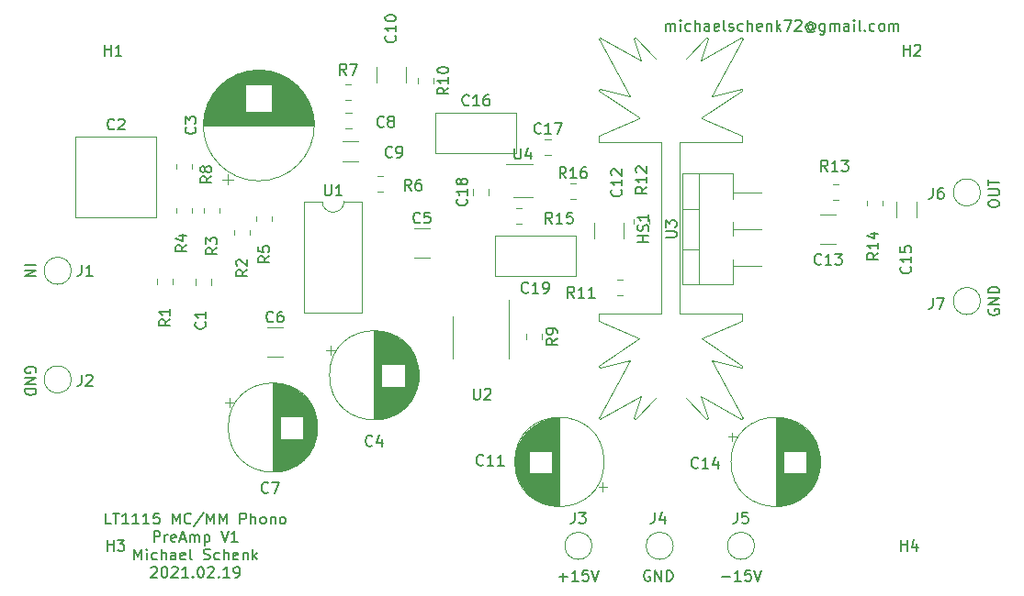
<source format=gbr>
G04 #@! TF.GenerationSoftware,KiCad,Pcbnew,(5.1.9-0-10_14)*
G04 #@! TF.CreationDate,2021-02-19T16:14:07+01:00*
G04 #@! TF.ProjectId,lt1115-phono-mm-mc,6c743131-3135-42d7-9068-6f6e6f2d6d6d,rev?*
G04 #@! TF.SameCoordinates,Original*
G04 #@! TF.FileFunction,Legend,Top*
G04 #@! TF.FilePolarity,Positive*
%FSLAX46Y46*%
G04 Gerber Fmt 4.6, Leading zero omitted, Abs format (unit mm)*
G04 Created by KiCad (PCBNEW (5.1.9-0-10_14)) date 2021-02-19 16:14:07*
%MOMM*%
%LPD*%
G01*
G04 APERTURE LIST*
%ADD10C,0.150000*%
%ADD11C,0.120000*%
G04 APERTURE END LIST*
D10*
X165822380Y-113268000D02*
X165822380Y-113077523D01*
X165870000Y-112982285D01*
X165965238Y-112887047D01*
X166155714Y-112839428D01*
X166489047Y-112839428D01*
X166679523Y-112887047D01*
X166774761Y-112982285D01*
X166822380Y-113077523D01*
X166822380Y-113268000D01*
X166774761Y-113363238D01*
X166679523Y-113458476D01*
X166489047Y-113506095D01*
X166155714Y-113506095D01*
X165965238Y-113458476D01*
X165870000Y-113363238D01*
X165822380Y-113268000D01*
X165822380Y-112410857D02*
X166631904Y-112410857D01*
X166727142Y-112363238D01*
X166774761Y-112315619D01*
X166822380Y-112220380D01*
X166822380Y-112029904D01*
X166774761Y-111934666D01*
X166727142Y-111887047D01*
X166631904Y-111839428D01*
X165822380Y-111839428D01*
X165822380Y-111506095D02*
X165822380Y-110934666D01*
X166822380Y-111220380D02*
X165822380Y-111220380D01*
X165870000Y-122935904D02*
X165822380Y-123031142D01*
X165822380Y-123174000D01*
X165870000Y-123316857D01*
X165965238Y-123412095D01*
X166060476Y-123459714D01*
X166250952Y-123507333D01*
X166393809Y-123507333D01*
X166584285Y-123459714D01*
X166679523Y-123412095D01*
X166774761Y-123316857D01*
X166822380Y-123174000D01*
X166822380Y-123078761D01*
X166774761Y-122935904D01*
X166727142Y-122888285D01*
X166393809Y-122888285D01*
X166393809Y-123078761D01*
X166822380Y-122459714D02*
X165822380Y-122459714D01*
X166822380Y-121888285D01*
X165822380Y-121888285D01*
X166822380Y-121412095D02*
X165822380Y-121412095D01*
X165822380Y-121174000D01*
X165870000Y-121031142D01*
X165965238Y-120935904D01*
X166060476Y-120888285D01*
X166250952Y-120840666D01*
X166393809Y-120840666D01*
X166584285Y-120888285D01*
X166679523Y-120935904D01*
X166774761Y-121031142D01*
X166822380Y-121174000D01*
X166822380Y-121412095D01*
X134620095Y-147074000D02*
X134524857Y-147026380D01*
X134382000Y-147026380D01*
X134239142Y-147074000D01*
X134143904Y-147169238D01*
X134096285Y-147264476D01*
X134048666Y-147454952D01*
X134048666Y-147597809D01*
X134096285Y-147788285D01*
X134143904Y-147883523D01*
X134239142Y-147978761D01*
X134382000Y-148026380D01*
X134477238Y-148026380D01*
X134620095Y-147978761D01*
X134667714Y-147931142D01*
X134667714Y-147597809D01*
X134477238Y-147597809D01*
X135096285Y-148026380D02*
X135096285Y-147026380D01*
X135667714Y-148026380D01*
X135667714Y-147026380D01*
X136143904Y-148026380D02*
X136143904Y-147026380D01*
X136382000Y-147026380D01*
X136524857Y-147074000D01*
X136620095Y-147169238D01*
X136667714Y-147264476D01*
X136715333Y-147454952D01*
X136715333Y-147597809D01*
X136667714Y-147788285D01*
X136620095Y-147883523D01*
X136524857Y-147978761D01*
X136382000Y-148026380D01*
X136143904Y-148026380D01*
X141240095Y-147645428D02*
X142002000Y-147645428D01*
X143002000Y-148026380D02*
X142430571Y-148026380D01*
X142716285Y-148026380D02*
X142716285Y-147026380D01*
X142621047Y-147169238D01*
X142525809Y-147264476D01*
X142430571Y-147312095D01*
X143906761Y-147026380D02*
X143430571Y-147026380D01*
X143382952Y-147502571D01*
X143430571Y-147454952D01*
X143525809Y-147407333D01*
X143763904Y-147407333D01*
X143859142Y-147454952D01*
X143906761Y-147502571D01*
X143954380Y-147597809D01*
X143954380Y-147835904D01*
X143906761Y-147931142D01*
X143859142Y-147978761D01*
X143763904Y-148026380D01*
X143525809Y-148026380D01*
X143430571Y-147978761D01*
X143382952Y-147931142D01*
X144240095Y-147026380D02*
X144573428Y-148026380D01*
X144906761Y-147026380D01*
X126254095Y-147645428D02*
X127016000Y-147645428D01*
X126635047Y-148026380D02*
X126635047Y-147264476D01*
X128016000Y-148026380D02*
X127444571Y-148026380D01*
X127730285Y-148026380D02*
X127730285Y-147026380D01*
X127635047Y-147169238D01*
X127539809Y-147264476D01*
X127444571Y-147312095D01*
X128920761Y-147026380D02*
X128444571Y-147026380D01*
X128396952Y-147502571D01*
X128444571Y-147454952D01*
X128539809Y-147407333D01*
X128777904Y-147407333D01*
X128873142Y-147454952D01*
X128920761Y-147502571D01*
X128968380Y-147597809D01*
X128968380Y-147835904D01*
X128920761Y-147931142D01*
X128873142Y-147978761D01*
X128777904Y-148026380D01*
X128539809Y-148026380D01*
X128444571Y-147978761D01*
X128396952Y-147931142D01*
X129254095Y-147026380D02*
X129587428Y-148026380D01*
X129920761Y-147026380D01*
X77970000Y-128778095D02*
X78017619Y-128682857D01*
X78017619Y-128540000D01*
X77970000Y-128397142D01*
X77874761Y-128301904D01*
X77779523Y-128254285D01*
X77589047Y-128206666D01*
X77446190Y-128206666D01*
X77255714Y-128254285D01*
X77160476Y-128301904D01*
X77065238Y-128397142D01*
X77017619Y-128540000D01*
X77017619Y-128635238D01*
X77065238Y-128778095D01*
X77112857Y-128825714D01*
X77446190Y-128825714D01*
X77446190Y-128635238D01*
X77017619Y-129254285D02*
X78017619Y-129254285D01*
X77017619Y-129825714D01*
X78017619Y-129825714D01*
X77017619Y-130301904D02*
X78017619Y-130301904D01*
X78017619Y-130540000D01*
X77970000Y-130682857D01*
X77874761Y-130778095D01*
X77779523Y-130825714D01*
X77589047Y-130873333D01*
X77446190Y-130873333D01*
X77255714Y-130825714D01*
X77160476Y-130778095D01*
X77065238Y-130682857D01*
X77017619Y-130540000D01*
X77017619Y-130301904D01*
X77017619Y-118856190D02*
X78017619Y-118856190D01*
X77017619Y-119332380D02*
X78017619Y-119332380D01*
X77017619Y-119903809D01*
X78017619Y-119903809D01*
X84924285Y-142757380D02*
X84448095Y-142757380D01*
X84448095Y-141757380D01*
X85114761Y-141757380D02*
X85686190Y-141757380D01*
X85400476Y-142757380D02*
X85400476Y-141757380D01*
X86543333Y-142757380D02*
X85971904Y-142757380D01*
X86257619Y-142757380D02*
X86257619Y-141757380D01*
X86162380Y-141900238D01*
X86067142Y-141995476D01*
X85971904Y-142043095D01*
X87495714Y-142757380D02*
X86924285Y-142757380D01*
X87210000Y-142757380D02*
X87210000Y-141757380D01*
X87114761Y-141900238D01*
X87019523Y-141995476D01*
X86924285Y-142043095D01*
X88448095Y-142757380D02*
X87876666Y-142757380D01*
X88162380Y-142757380D02*
X88162380Y-141757380D01*
X88067142Y-141900238D01*
X87971904Y-141995476D01*
X87876666Y-142043095D01*
X89352857Y-141757380D02*
X88876666Y-141757380D01*
X88829047Y-142233571D01*
X88876666Y-142185952D01*
X88971904Y-142138333D01*
X89210000Y-142138333D01*
X89305238Y-142185952D01*
X89352857Y-142233571D01*
X89400476Y-142328809D01*
X89400476Y-142566904D01*
X89352857Y-142662142D01*
X89305238Y-142709761D01*
X89210000Y-142757380D01*
X88971904Y-142757380D01*
X88876666Y-142709761D01*
X88829047Y-142662142D01*
X90590952Y-142757380D02*
X90590952Y-141757380D01*
X90924285Y-142471666D01*
X91257619Y-141757380D01*
X91257619Y-142757380D01*
X92305238Y-142662142D02*
X92257619Y-142709761D01*
X92114761Y-142757380D01*
X92019523Y-142757380D01*
X91876666Y-142709761D01*
X91781428Y-142614523D01*
X91733809Y-142519285D01*
X91686190Y-142328809D01*
X91686190Y-142185952D01*
X91733809Y-141995476D01*
X91781428Y-141900238D01*
X91876666Y-141805000D01*
X92019523Y-141757380D01*
X92114761Y-141757380D01*
X92257619Y-141805000D01*
X92305238Y-141852619D01*
X93448095Y-141709761D02*
X92590952Y-142995476D01*
X93781428Y-142757380D02*
X93781428Y-141757380D01*
X94114761Y-142471666D01*
X94448095Y-141757380D01*
X94448095Y-142757380D01*
X94924285Y-142757380D02*
X94924285Y-141757380D01*
X95257619Y-142471666D01*
X95590952Y-141757380D01*
X95590952Y-142757380D01*
X96829047Y-142757380D02*
X96829047Y-141757380D01*
X97210000Y-141757380D01*
X97305238Y-141805000D01*
X97352857Y-141852619D01*
X97400476Y-141947857D01*
X97400476Y-142090714D01*
X97352857Y-142185952D01*
X97305238Y-142233571D01*
X97210000Y-142281190D01*
X96829047Y-142281190D01*
X97829047Y-142757380D02*
X97829047Y-141757380D01*
X98257619Y-142757380D02*
X98257619Y-142233571D01*
X98210000Y-142138333D01*
X98114761Y-142090714D01*
X97971904Y-142090714D01*
X97876666Y-142138333D01*
X97829047Y-142185952D01*
X98876666Y-142757380D02*
X98781428Y-142709761D01*
X98733809Y-142662142D01*
X98686190Y-142566904D01*
X98686190Y-142281190D01*
X98733809Y-142185952D01*
X98781428Y-142138333D01*
X98876666Y-142090714D01*
X99019523Y-142090714D01*
X99114761Y-142138333D01*
X99162380Y-142185952D01*
X99210000Y-142281190D01*
X99210000Y-142566904D01*
X99162380Y-142662142D01*
X99114761Y-142709761D01*
X99019523Y-142757380D01*
X98876666Y-142757380D01*
X99638571Y-142090714D02*
X99638571Y-142757380D01*
X99638571Y-142185952D02*
X99686190Y-142138333D01*
X99781428Y-142090714D01*
X99924285Y-142090714D01*
X100019523Y-142138333D01*
X100067142Y-142233571D01*
X100067142Y-142757380D01*
X100686190Y-142757380D02*
X100590952Y-142709761D01*
X100543333Y-142662142D01*
X100495714Y-142566904D01*
X100495714Y-142281190D01*
X100543333Y-142185952D01*
X100590952Y-142138333D01*
X100686190Y-142090714D01*
X100829047Y-142090714D01*
X100924285Y-142138333D01*
X100971904Y-142185952D01*
X101019523Y-142281190D01*
X101019523Y-142566904D01*
X100971904Y-142662142D01*
X100924285Y-142709761D01*
X100829047Y-142757380D01*
X100686190Y-142757380D01*
X88876666Y-144407380D02*
X88876666Y-143407380D01*
X89257619Y-143407380D01*
X89352857Y-143455000D01*
X89400476Y-143502619D01*
X89448095Y-143597857D01*
X89448095Y-143740714D01*
X89400476Y-143835952D01*
X89352857Y-143883571D01*
X89257619Y-143931190D01*
X88876666Y-143931190D01*
X89876666Y-144407380D02*
X89876666Y-143740714D01*
X89876666Y-143931190D02*
X89924285Y-143835952D01*
X89971904Y-143788333D01*
X90067142Y-143740714D01*
X90162380Y-143740714D01*
X90876666Y-144359761D02*
X90781428Y-144407380D01*
X90590952Y-144407380D01*
X90495714Y-144359761D01*
X90448095Y-144264523D01*
X90448095Y-143883571D01*
X90495714Y-143788333D01*
X90590952Y-143740714D01*
X90781428Y-143740714D01*
X90876666Y-143788333D01*
X90924285Y-143883571D01*
X90924285Y-143978809D01*
X90448095Y-144074047D01*
X91305238Y-144121666D02*
X91781428Y-144121666D01*
X91210000Y-144407380D02*
X91543333Y-143407380D01*
X91876666Y-144407380D01*
X92210000Y-144407380D02*
X92210000Y-143740714D01*
X92210000Y-143835952D02*
X92257619Y-143788333D01*
X92352857Y-143740714D01*
X92495714Y-143740714D01*
X92590952Y-143788333D01*
X92638571Y-143883571D01*
X92638571Y-144407380D01*
X92638571Y-143883571D02*
X92686190Y-143788333D01*
X92781428Y-143740714D01*
X92924285Y-143740714D01*
X93019523Y-143788333D01*
X93067142Y-143883571D01*
X93067142Y-144407380D01*
X93543333Y-143740714D02*
X93543333Y-144740714D01*
X93543333Y-143788333D02*
X93638571Y-143740714D01*
X93829047Y-143740714D01*
X93924285Y-143788333D01*
X93971904Y-143835952D01*
X94019523Y-143931190D01*
X94019523Y-144216904D01*
X93971904Y-144312142D01*
X93924285Y-144359761D01*
X93829047Y-144407380D01*
X93638571Y-144407380D01*
X93543333Y-144359761D01*
X95067142Y-143407380D02*
X95400476Y-144407380D01*
X95733809Y-143407380D01*
X96590952Y-144407380D02*
X96019523Y-144407380D01*
X96305238Y-144407380D02*
X96305238Y-143407380D01*
X96210000Y-143550238D01*
X96114761Y-143645476D01*
X96019523Y-143693095D01*
X87090952Y-146057380D02*
X87090952Y-145057380D01*
X87424285Y-145771666D01*
X87757619Y-145057380D01*
X87757619Y-146057380D01*
X88233809Y-146057380D02*
X88233809Y-145390714D01*
X88233809Y-145057380D02*
X88186190Y-145105000D01*
X88233809Y-145152619D01*
X88281428Y-145105000D01*
X88233809Y-145057380D01*
X88233809Y-145152619D01*
X89138571Y-146009761D02*
X89043333Y-146057380D01*
X88852857Y-146057380D01*
X88757619Y-146009761D01*
X88710000Y-145962142D01*
X88662380Y-145866904D01*
X88662380Y-145581190D01*
X88710000Y-145485952D01*
X88757619Y-145438333D01*
X88852857Y-145390714D01*
X89043333Y-145390714D01*
X89138571Y-145438333D01*
X89567142Y-146057380D02*
X89567142Y-145057380D01*
X89995714Y-146057380D02*
X89995714Y-145533571D01*
X89948095Y-145438333D01*
X89852857Y-145390714D01*
X89710000Y-145390714D01*
X89614761Y-145438333D01*
X89567142Y-145485952D01*
X90900476Y-146057380D02*
X90900476Y-145533571D01*
X90852857Y-145438333D01*
X90757619Y-145390714D01*
X90567142Y-145390714D01*
X90471904Y-145438333D01*
X90900476Y-146009761D02*
X90805238Y-146057380D01*
X90567142Y-146057380D01*
X90471904Y-146009761D01*
X90424285Y-145914523D01*
X90424285Y-145819285D01*
X90471904Y-145724047D01*
X90567142Y-145676428D01*
X90805238Y-145676428D01*
X90900476Y-145628809D01*
X91757619Y-146009761D02*
X91662380Y-146057380D01*
X91471904Y-146057380D01*
X91376666Y-146009761D01*
X91329047Y-145914523D01*
X91329047Y-145533571D01*
X91376666Y-145438333D01*
X91471904Y-145390714D01*
X91662380Y-145390714D01*
X91757619Y-145438333D01*
X91805238Y-145533571D01*
X91805238Y-145628809D01*
X91329047Y-145724047D01*
X92376666Y-146057380D02*
X92281428Y-146009761D01*
X92233809Y-145914523D01*
X92233809Y-145057380D01*
X93471904Y-146009761D02*
X93614761Y-146057380D01*
X93852857Y-146057380D01*
X93948095Y-146009761D01*
X93995714Y-145962142D01*
X94043333Y-145866904D01*
X94043333Y-145771666D01*
X93995714Y-145676428D01*
X93948095Y-145628809D01*
X93852857Y-145581190D01*
X93662380Y-145533571D01*
X93567142Y-145485952D01*
X93519523Y-145438333D01*
X93471904Y-145343095D01*
X93471904Y-145247857D01*
X93519523Y-145152619D01*
X93567142Y-145105000D01*
X93662380Y-145057380D01*
X93900476Y-145057380D01*
X94043333Y-145105000D01*
X94900476Y-146009761D02*
X94805238Y-146057380D01*
X94614761Y-146057380D01*
X94519523Y-146009761D01*
X94471904Y-145962142D01*
X94424285Y-145866904D01*
X94424285Y-145581190D01*
X94471904Y-145485952D01*
X94519523Y-145438333D01*
X94614761Y-145390714D01*
X94805238Y-145390714D01*
X94900476Y-145438333D01*
X95329047Y-146057380D02*
X95329047Y-145057380D01*
X95757619Y-146057380D02*
X95757619Y-145533571D01*
X95710000Y-145438333D01*
X95614761Y-145390714D01*
X95471904Y-145390714D01*
X95376666Y-145438333D01*
X95329047Y-145485952D01*
X96614761Y-146009761D02*
X96519523Y-146057380D01*
X96329047Y-146057380D01*
X96233809Y-146009761D01*
X96186190Y-145914523D01*
X96186190Y-145533571D01*
X96233809Y-145438333D01*
X96329047Y-145390714D01*
X96519523Y-145390714D01*
X96614761Y-145438333D01*
X96662380Y-145533571D01*
X96662380Y-145628809D01*
X96186190Y-145724047D01*
X97090952Y-145390714D02*
X97090952Y-146057380D01*
X97090952Y-145485952D02*
X97138571Y-145438333D01*
X97233809Y-145390714D01*
X97376666Y-145390714D01*
X97471904Y-145438333D01*
X97519523Y-145533571D01*
X97519523Y-146057380D01*
X97995714Y-146057380D02*
X97995714Y-145057380D01*
X98090952Y-145676428D02*
X98376666Y-146057380D01*
X98376666Y-145390714D02*
X97995714Y-145771666D01*
X88614761Y-146802619D02*
X88662380Y-146755000D01*
X88757619Y-146707380D01*
X88995714Y-146707380D01*
X89090952Y-146755000D01*
X89138571Y-146802619D01*
X89186190Y-146897857D01*
X89186190Y-146993095D01*
X89138571Y-147135952D01*
X88567142Y-147707380D01*
X89186190Y-147707380D01*
X89805238Y-146707380D02*
X89900476Y-146707380D01*
X89995714Y-146755000D01*
X90043333Y-146802619D01*
X90090952Y-146897857D01*
X90138571Y-147088333D01*
X90138571Y-147326428D01*
X90090952Y-147516904D01*
X90043333Y-147612142D01*
X89995714Y-147659761D01*
X89900476Y-147707380D01*
X89805238Y-147707380D01*
X89710000Y-147659761D01*
X89662380Y-147612142D01*
X89614761Y-147516904D01*
X89567142Y-147326428D01*
X89567142Y-147088333D01*
X89614761Y-146897857D01*
X89662380Y-146802619D01*
X89710000Y-146755000D01*
X89805238Y-146707380D01*
X90519523Y-146802619D02*
X90567142Y-146755000D01*
X90662380Y-146707380D01*
X90900476Y-146707380D01*
X90995714Y-146755000D01*
X91043333Y-146802619D01*
X91090952Y-146897857D01*
X91090952Y-146993095D01*
X91043333Y-147135952D01*
X90471904Y-147707380D01*
X91090952Y-147707380D01*
X92043333Y-147707380D02*
X91471904Y-147707380D01*
X91757619Y-147707380D02*
X91757619Y-146707380D01*
X91662380Y-146850238D01*
X91567142Y-146945476D01*
X91471904Y-146993095D01*
X92471904Y-147612142D02*
X92519523Y-147659761D01*
X92471904Y-147707380D01*
X92424285Y-147659761D01*
X92471904Y-147612142D01*
X92471904Y-147707380D01*
X93138571Y-146707380D02*
X93233809Y-146707380D01*
X93329047Y-146755000D01*
X93376666Y-146802619D01*
X93424285Y-146897857D01*
X93471904Y-147088333D01*
X93471904Y-147326428D01*
X93424285Y-147516904D01*
X93376666Y-147612142D01*
X93329047Y-147659761D01*
X93233809Y-147707380D01*
X93138571Y-147707380D01*
X93043333Y-147659761D01*
X92995714Y-147612142D01*
X92948095Y-147516904D01*
X92900476Y-147326428D01*
X92900476Y-147088333D01*
X92948095Y-146897857D01*
X92995714Y-146802619D01*
X93043333Y-146755000D01*
X93138571Y-146707380D01*
X93852857Y-146802619D02*
X93900476Y-146755000D01*
X93995714Y-146707380D01*
X94233809Y-146707380D01*
X94329047Y-146755000D01*
X94376666Y-146802619D01*
X94424285Y-146897857D01*
X94424285Y-146993095D01*
X94376666Y-147135952D01*
X93805238Y-147707380D01*
X94424285Y-147707380D01*
X94852857Y-147612142D02*
X94900476Y-147659761D01*
X94852857Y-147707380D01*
X94805238Y-147659761D01*
X94852857Y-147612142D01*
X94852857Y-147707380D01*
X95852857Y-147707380D02*
X95281428Y-147707380D01*
X95567142Y-147707380D02*
X95567142Y-146707380D01*
X95471904Y-146850238D01*
X95376666Y-146945476D01*
X95281428Y-146993095D01*
X96329047Y-147707380D02*
X96519523Y-147707380D01*
X96614761Y-147659761D01*
X96662380Y-147612142D01*
X96757619Y-147469285D01*
X96805238Y-147278809D01*
X96805238Y-146897857D01*
X96757619Y-146802619D01*
X96710000Y-146755000D01*
X96614761Y-146707380D01*
X96424285Y-146707380D01*
X96329047Y-146755000D01*
X96281428Y-146802619D01*
X96233809Y-146897857D01*
X96233809Y-147135952D01*
X96281428Y-147231190D01*
X96329047Y-147278809D01*
X96424285Y-147326428D01*
X96614761Y-147326428D01*
X96710000Y-147278809D01*
X96757619Y-147231190D01*
X96805238Y-147135952D01*
X136097714Y-97226380D02*
X136097714Y-96559714D01*
X136097714Y-96654952D02*
X136145333Y-96607333D01*
X136240571Y-96559714D01*
X136383428Y-96559714D01*
X136478666Y-96607333D01*
X136526285Y-96702571D01*
X136526285Y-97226380D01*
X136526285Y-96702571D02*
X136573904Y-96607333D01*
X136669142Y-96559714D01*
X136812000Y-96559714D01*
X136907238Y-96607333D01*
X136954857Y-96702571D01*
X136954857Y-97226380D01*
X137431047Y-97226380D02*
X137431047Y-96559714D01*
X137431047Y-96226380D02*
X137383428Y-96274000D01*
X137431047Y-96321619D01*
X137478666Y-96274000D01*
X137431047Y-96226380D01*
X137431047Y-96321619D01*
X138335809Y-97178761D02*
X138240571Y-97226380D01*
X138050095Y-97226380D01*
X137954857Y-97178761D01*
X137907238Y-97131142D01*
X137859619Y-97035904D01*
X137859619Y-96750190D01*
X137907238Y-96654952D01*
X137954857Y-96607333D01*
X138050095Y-96559714D01*
X138240571Y-96559714D01*
X138335809Y-96607333D01*
X138764380Y-97226380D02*
X138764380Y-96226380D01*
X139192952Y-97226380D02*
X139192952Y-96702571D01*
X139145333Y-96607333D01*
X139050095Y-96559714D01*
X138907238Y-96559714D01*
X138812000Y-96607333D01*
X138764380Y-96654952D01*
X140097714Y-97226380D02*
X140097714Y-96702571D01*
X140050095Y-96607333D01*
X139954857Y-96559714D01*
X139764380Y-96559714D01*
X139669142Y-96607333D01*
X140097714Y-97178761D02*
X140002476Y-97226380D01*
X139764380Y-97226380D01*
X139669142Y-97178761D01*
X139621523Y-97083523D01*
X139621523Y-96988285D01*
X139669142Y-96893047D01*
X139764380Y-96845428D01*
X140002476Y-96845428D01*
X140097714Y-96797809D01*
X140954857Y-97178761D02*
X140859619Y-97226380D01*
X140669142Y-97226380D01*
X140573904Y-97178761D01*
X140526285Y-97083523D01*
X140526285Y-96702571D01*
X140573904Y-96607333D01*
X140669142Y-96559714D01*
X140859619Y-96559714D01*
X140954857Y-96607333D01*
X141002476Y-96702571D01*
X141002476Y-96797809D01*
X140526285Y-96893047D01*
X141573904Y-97226380D02*
X141478666Y-97178761D01*
X141431047Y-97083523D01*
X141431047Y-96226380D01*
X141907238Y-97178761D02*
X142002476Y-97226380D01*
X142192952Y-97226380D01*
X142288190Y-97178761D01*
X142335809Y-97083523D01*
X142335809Y-97035904D01*
X142288190Y-96940666D01*
X142192952Y-96893047D01*
X142050095Y-96893047D01*
X141954857Y-96845428D01*
X141907238Y-96750190D01*
X141907238Y-96702571D01*
X141954857Y-96607333D01*
X142050095Y-96559714D01*
X142192952Y-96559714D01*
X142288190Y-96607333D01*
X143192952Y-97178761D02*
X143097714Y-97226380D01*
X142907238Y-97226380D01*
X142812000Y-97178761D01*
X142764380Y-97131142D01*
X142716761Y-97035904D01*
X142716761Y-96750190D01*
X142764380Y-96654952D01*
X142812000Y-96607333D01*
X142907238Y-96559714D01*
X143097714Y-96559714D01*
X143192952Y-96607333D01*
X143621523Y-97226380D02*
X143621523Y-96226380D01*
X144050095Y-97226380D02*
X144050095Y-96702571D01*
X144002476Y-96607333D01*
X143907238Y-96559714D01*
X143764380Y-96559714D01*
X143669142Y-96607333D01*
X143621523Y-96654952D01*
X144907238Y-97178761D02*
X144812000Y-97226380D01*
X144621523Y-97226380D01*
X144526285Y-97178761D01*
X144478666Y-97083523D01*
X144478666Y-96702571D01*
X144526285Y-96607333D01*
X144621523Y-96559714D01*
X144812000Y-96559714D01*
X144907238Y-96607333D01*
X144954857Y-96702571D01*
X144954857Y-96797809D01*
X144478666Y-96893047D01*
X145383428Y-96559714D02*
X145383428Y-97226380D01*
X145383428Y-96654952D02*
X145431047Y-96607333D01*
X145526285Y-96559714D01*
X145669142Y-96559714D01*
X145764380Y-96607333D01*
X145812000Y-96702571D01*
X145812000Y-97226380D01*
X146288190Y-97226380D02*
X146288190Y-96226380D01*
X146383428Y-96845428D02*
X146669142Y-97226380D01*
X146669142Y-96559714D02*
X146288190Y-96940666D01*
X147002476Y-96226380D02*
X147669142Y-96226380D01*
X147240571Y-97226380D01*
X148002476Y-96321619D02*
X148050095Y-96274000D01*
X148145333Y-96226380D01*
X148383428Y-96226380D01*
X148478666Y-96274000D01*
X148526285Y-96321619D01*
X148573904Y-96416857D01*
X148573904Y-96512095D01*
X148526285Y-96654952D01*
X147954857Y-97226380D01*
X148573904Y-97226380D01*
X149621523Y-96750190D02*
X149573904Y-96702571D01*
X149478666Y-96654952D01*
X149383428Y-96654952D01*
X149288190Y-96702571D01*
X149240571Y-96750190D01*
X149192952Y-96845428D01*
X149192952Y-96940666D01*
X149240571Y-97035904D01*
X149288190Y-97083523D01*
X149383428Y-97131142D01*
X149478666Y-97131142D01*
X149573904Y-97083523D01*
X149621523Y-97035904D01*
X149621523Y-96654952D02*
X149621523Y-97035904D01*
X149669142Y-97083523D01*
X149716761Y-97083523D01*
X149812000Y-97035904D01*
X149859619Y-96940666D01*
X149859619Y-96702571D01*
X149764380Y-96559714D01*
X149621523Y-96464476D01*
X149431047Y-96416857D01*
X149240571Y-96464476D01*
X149097714Y-96559714D01*
X149002476Y-96702571D01*
X148954857Y-96893047D01*
X149002476Y-97083523D01*
X149097714Y-97226380D01*
X149240571Y-97321619D01*
X149431047Y-97369238D01*
X149621523Y-97321619D01*
X149764380Y-97226380D01*
X150716761Y-96559714D02*
X150716761Y-97369238D01*
X150669142Y-97464476D01*
X150621523Y-97512095D01*
X150526285Y-97559714D01*
X150383428Y-97559714D01*
X150288190Y-97512095D01*
X150716761Y-97178761D02*
X150621523Y-97226380D01*
X150431047Y-97226380D01*
X150335809Y-97178761D01*
X150288190Y-97131142D01*
X150240571Y-97035904D01*
X150240571Y-96750190D01*
X150288190Y-96654952D01*
X150335809Y-96607333D01*
X150431047Y-96559714D01*
X150621523Y-96559714D01*
X150716761Y-96607333D01*
X151192952Y-97226380D02*
X151192952Y-96559714D01*
X151192952Y-96654952D02*
X151240571Y-96607333D01*
X151335809Y-96559714D01*
X151478666Y-96559714D01*
X151573904Y-96607333D01*
X151621523Y-96702571D01*
X151621523Y-97226380D01*
X151621523Y-96702571D02*
X151669142Y-96607333D01*
X151764380Y-96559714D01*
X151907238Y-96559714D01*
X152002476Y-96607333D01*
X152050095Y-96702571D01*
X152050095Y-97226380D01*
X152954857Y-97226380D02*
X152954857Y-96702571D01*
X152907238Y-96607333D01*
X152812000Y-96559714D01*
X152621523Y-96559714D01*
X152526285Y-96607333D01*
X152954857Y-97178761D02*
X152859619Y-97226380D01*
X152621523Y-97226380D01*
X152526285Y-97178761D01*
X152478666Y-97083523D01*
X152478666Y-96988285D01*
X152526285Y-96893047D01*
X152621523Y-96845428D01*
X152859619Y-96845428D01*
X152954857Y-96797809D01*
X153431047Y-97226380D02*
X153431047Y-96559714D01*
X153431047Y-96226380D02*
X153383428Y-96274000D01*
X153431047Y-96321619D01*
X153478666Y-96274000D01*
X153431047Y-96226380D01*
X153431047Y-96321619D01*
X154050095Y-97226380D02*
X153954857Y-97178761D01*
X153907238Y-97083523D01*
X153907238Y-96226380D01*
X154431047Y-97131142D02*
X154478666Y-97178761D01*
X154431047Y-97226380D01*
X154383428Y-97178761D01*
X154431047Y-97131142D01*
X154431047Y-97226380D01*
X155335809Y-97178761D02*
X155240571Y-97226380D01*
X155050095Y-97226380D01*
X154954857Y-97178761D01*
X154907238Y-97131142D01*
X154859619Y-97035904D01*
X154859619Y-96750190D01*
X154907238Y-96654952D01*
X154954857Y-96607333D01*
X155050095Y-96559714D01*
X155240571Y-96559714D01*
X155335809Y-96607333D01*
X155907238Y-97226380D02*
X155812000Y-97178761D01*
X155764380Y-97131142D01*
X155716761Y-97035904D01*
X155716761Y-96750190D01*
X155764380Y-96654952D01*
X155812000Y-96607333D01*
X155907238Y-96559714D01*
X156050095Y-96559714D01*
X156145333Y-96607333D01*
X156192952Y-96654952D01*
X156240571Y-96750190D01*
X156240571Y-97035904D01*
X156192952Y-97131142D01*
X156145333Y-97178761D01*
X156050095Y-97226380D01*
X155907238Y-97226380D01*
X156669142Y-97226380D02*
X156669142Y-96559714D01*
X156669142Y-96654952D02*
X156716761Y-96607333D01*
X156812000Y-96559714D01*
X156954857Y-96559714D01*
X157050095Y-96607333D01*
X157097714Y-96702571D01*
X157097714Y-97226380D01*
X157097714Y-96702571D02*
X157145333Y-96607333D01*
X157240571Y-96559714D01*
X157383428Y-96559714D01*
X157478666Y-96607333D01*
X157526285Y-96702571D01*
X157526285Y-97226380D01*
D11*
X122016000Y-112624000D02*
X123776000Y-112624000D01*
X123776000Y-109554000D02*
X121346000Y-109554000D01*
X137603000Y-120656500D02*
X137603000Y-110415500D01*
X142244000Y-120656500D02*
X142244000Y-118300500D01*
X142244000Y-116170500D02*
X142244000Y-114900500D01*
X142244000Y-112770500D02*
X142244000Y-110415500D01*
X137603000Y-120656500D02*
X142244000Y-120656500D01*
X137603000Y-110415500D02*
X142244000Y-110415500D01*
X139112000Y-120656500D02*
X139112000Y-110415500D01*
X137603000Y-117385500D02*
X139112000Y-117385500D01*
X137603000Y-113685500D02*
X139112000Y-113685500D01*
X142244000Y-118935500D02*
X144874000Y-118935500D01*
X142244000Y-115535500D02*
X144858000Y-115535500D01*
X142244000Y-112135500D02*
X144858000Y-112135500D01*
X116439000Y-125541000D02*
X116439000Y-127491000D01*
X116439000Y-125541000D02*
X116439000Y-123591000D01*
X121559000Y-125541000D02*
X121559000Y-127491000D01*
X121559000Y-125541000D02*
X121559000Y-122091000D01*
X104410000Y-112970000D02*
X102760000Y-112970000D01*
X102760000Y-112970000D02*
X102760000Y-123250000D01*
X102760000Y-123250000D02*
X108060000Y-123250000D01*
X108060000Y-123250000D02*
X108060000Y-112970000D01*
X108060000Y-112970000D02*
X106410000Y-112970000D01*
X106410000Y-112970000D02*
G75*
G02*
X104410000Y-112970000I-1000000J0D01*
G01*
X127296936Y-111279000D02*
X127751064Y-111279000D01*
X127296936Y-112749000D02*
X127751064Y-112749000D01*
X122311936Y-113565000D02*
X122766064Y-113565000D01*
X122311936Y-115035000D02*
X122766064Y-115035000D01*
X156056000Y-112913936D02*
X156056000Y-113368064D01*
X154586000Y-112913936D02*
X154586000Y-113368064D01*
X151976064Y-112876000D02*
X151521936Y-112876000D01*
X151976064Y-111406000D02*
X151521936Y-111406000D01*
X133123000Y-115051064D02*
X133123000Y-114596936D01*
X134593000Y-115051064D02*
X134593000Y-114596936D01*
X132069064Y-121639000D02*
X131614936Y-121639000D01*
X132069064Y-120169000D02*
X131614936Y-120169000D01*
X114654000Y-101610936D02*
X114654000Y-102065064D01*
X113184000Y-101610936D02*
X113184000Y-102065064D01*
X124687000Y-125232936D02*
X124687000Y-125687064D01*
X123217000Y-125232936D02*
X123217000Y-125687064D01*
X92429000Y-109516936D02*
X92429000Y-109971064D01*
X90959000Y-109516936D02*
X90959000Y-109971064D01*
X107018064Y-103605000D02*
X106563936Y-103605000D01*
X107018064Y-102135000D02*
X106563936Y-102135000D01*
X109971064Y-112114000D02*
X109516936Y-112114000D01*
X109971064Y-110644000D02*
X109516936Y-110644000D01*
X99795000Y-114342936D02*
X99795000Y-114797064D01*
X98325000Y-114342936D02*
X98325000Y-114797064D01*
X90959000Y-114035064D02*
X90959000Y-113580936D01*
X92429000Y-114035064D02*
X92429000Y-113580936D01*
X93499000Y-114035064D02*
X93499000Y-113580936D01*
X94969000Y-114035064D02*
X94969000Y-113580936D01*
X96293000Y-116067064D02*
X96293000Y-115612936D01*
X97763000Y-116067064D02*
X97763000Y-115612936D01*
X90651000Y-120152936D02*
X90651000Y-120607064D01*
X89181000Y-120152936D02*
X89181000Y-120607064D01*
X165081000Y-122174000D02*
G75*
G03*
X165081000Y-122174000I-1251000J0D01*
G01*
X165081000Y-112141000D02*
G75*
G03*
X165081000Y-112141000I-1251000J0D01*
G01*
X144253000Y-144780000D02*
G75*
G03*
X144253000Y-144780000I-1251000J0D01*
G01*
X136760000Y-144780000D02*
G75*
G03*
X136760000Y-144780000I-1251000J0D01*
G01*
X129267000Y-144780000D02*
G75*
G03*
X129267000Y-144780000I-1251000J0D01*
G01*
X81261000Y-129413000D02*
G75*
G03*
X81261000Y-129413000I-1251000J0D01*
G01*
X81261000Y-119380000D02*
G75*
G03*
X81261000Y-119380000I-1251000J0D01*
G01*
X139795000Y-97823000D02*
X137905000Y-99783000D01*
X139945000Y-97913000D02*
X139795000Y-97823000D01*
X139265000Y-99963000D02*
X139945000Y-97913000D01*
X143035000Y-97813000D02*
X139265000Y-99963000D01*
X143155000Y-97933000D02*
X143035000Y-97813000D01*
X140275000Y-103233000D02*
X143155000Y-97933000D01*
X143075000Y-102573000D02*
X140275000Y-103233000D01*
X143135000Y-102753000D02*
X143075000Y-102573000D01*
X139415000Y-105253000D02*
X143135000Y-102753000D01*
X143125000Y-106873000D02*
X139415000Y-105263000D01*
X143125000Y-107543000D02*
X143125000Y-106873000D01*
X137375000Y-107543000D02*
X143125000Y-107543000D01*
X137375000Y-115443000D02*
X137375000Y-107543000D01*
X129925000Y-107543000D02*
X129925000Y-106873000D01*
X135675000Y-107543000D02*
X129925000Y-107543000D01*
X135675000Y-115443000D02*
X135675000Y-107543000D01*
X129925000Y-106873000D02*
X133635000Y-105263000D01*
X133105000Y-97913000D02*
X133255000Y-97823000D01*
X129895000Y-97933000D02*
X130015000Y-97813000D01*
X130015000Y-97813000D02*
X133785000Y-99963000D01*
X133785000Y-99963000D02*
X133105000Y-97913000D01*
X133255000Y-97823000D02*
X135145000Y-99783000D01*
X132775000Y-103233000D02*
X129895000Y-97933000D01*
X133635000Y-105253000D02*
X129915000Y-102753000D01*
X129915000Y-102753000D02*
X129975000Y-102573000D01*
X129975000Y-102573000D02*
X132775000Y-103233000D01*
X137375000Y-115443000D02*
X137375000Y-123343000D01*
X143125000Y-124013000D02*
X139415000Y-125623000D01*
X143125000Y-123343000D02*
X143125000Y-124013000D01*
X137375000Y-123343000D02*
X143125000Y-123343000D01*
X135675000Y-115443000D02*
X135675000Y-123343000D01*
X133785000Y-130923000D02*
X133105000Y-132973000D01*
X129895000Y-132953000D02*
X130015000Y-133073000D01*
X133105000Y-132973000D02*
X133255000Y-133063000D01*
X130015000Y-133073000D02*
X133785000Y-130923000D01*
X133255000Y-133063000D02*
X135145000Y-131103000D01*
X133635000Y-125633000D02*
X129915000Y-128133000D01*
X129975000Y-128313000D02*
X132775000Y-127653000D01*
X129915000Y-128133000D02*
X129975000Y-128313000D01*
X132775000Y-127653000D02*
X129895000Y-132953000D01*
X129925000Y-123343000D02*
X129925000Y-124013000D01*
X135675000Y-123343000D02*
X129925000Y-123343000D01*
X129925000Y-124013000D02*
X133635000Y-125623000D01*
X143155000Y-132953000D02*
X143035000Y-133073000D01*
X139795000Y-133063000D02*
X137905000Y-131103000D01*
X139265000Y-130923000D02*
X139945000Y-132973000D01*
X139945000Y-132973000D02*
X139795000Y-133063000D01*
X143035000Y-133073000D02*
X139265000Y-130923000D01*
X140275000Y-127653000D02*
X143155000Y-132953000D01*
X143075000Y-128313000D02*
X140275000Y-127653000D01*
X143135000Y-128133000D02*
X143075000Y-128313000D01*
X139415000Y-125633000D02*
X143135000Y-128133000D01*
X127759000Y-119853000D02*
X120319000Y-119853000D01*
X127759000Y-116113000D02*
X120319000Y-116113000D01*
X127759000Y-119853000D02*
X127759000Y-116113000D01*
X120319000Y-119853000D02*
X120319000Y-116113000D01*
X118264000Y-112380752D02*
X118264000Y-111858248D01*
X119734000Y-112380752D02*
X119734000Y-111858248D01*
X124939248Y-107215000D02*
X125461752Y-107215000D01*
X124939248Y-108685000D02*
X125461752Y-108685000D01*
X114858000Y-104810000D02*
X122298000Y-104810000D01*
X114858000Y-108550000D02*
X122298000Y-108550000D01*
X114858000Y-104810000D02*
X114858000Y-108550000D01*
X122298000Y-104810000D02*
X122298000Y-108550000D01*
X159152000Y-112992248D02*
X159152000Y-114414752D01*
X157332000Y-112992248D02*
X157332000Y-114414752D01*
X150325000Y-137033000D02*
G75*
G03*
X150325000Y-137033000I-4120000J0D01*
G01*
X146205000Y-132953000D02*
X146205000Y-141113000D01*
X146245000Y-132953000D02*
X146245000Y-141113000D01*
X146285000Y-132953000D02*
X146285000Y-141113000D01*
X146325000Y-132954000D02*
X146325000Y-141112000D01*
X146365000Y-132956000D02*
X146365000Y-141110000D01*
X146405000Y-132957000D02*
X146405000Y-141109000D01*
X146445000Y-132959000D02*
X146445000Y-141107000D01*
X146485000Y-132962000D02*
X146485000Y-141104000D01*
X146525000Y-132965000D02*
X146525000Y-141101000D01*
X146565000Y-132968000D02*
X146565000Y-141098000D01*
X146605000Y-132972000D02*
X146605000Y-141094000D01*
X146645000Y-132976000D02*
X146645000Y-141090000D01*
X146685000Y-132981000D02*
X146685000Y-141085000D01*
X146725000Y-132985000D02*
X146725000Y-141081000D01*
X146765000Y-132991000D02*
X146765000Y-141075000D01*
X146805000Y-132996000D02*
X146805000Y-141070000D01*
X146845000Y-133003000D02*
X146845000Y-141063000D01*
X146885000Y-133009000D02*
X146885000Y-141057000D01*
X146926000Y-133016000D02*
X146926000Y-135993000D01*
X146926000Y-138073000D02*
X146926000Y-141050000D01*
X146966000Y-133023000D02*
X146966000Y-135993000D01*
X146966000Y-138073000D02*
X146966000Y-141043000D01*
X147006000Y-133031000D02*
X147006000Y-135993000D01*
X147006000Y-138073000D02*
X147006000Y-141035000D01*
X147046000Y-133039000D02*
X147046000Y-135993000D01*
X147046000Y-138073000D02*
X147046000Y-141027000D01*
X147086000Y-133048000D02*
X147086000Y-135993000D01*
X147086000Y-138073000D02*
X147086000Y-141018000D01*
X147126000Y-133057000D02*
X147126000Y-135993000D01*
X147126000Y-138073000D02*
X147126000Y-141009000D01*
X147166000Y-133066000D02*
X147166000Y-135993000D01*
X147166000Y-138073000D02*
X147166000Y-141000000D01*
X147206000Y-133076000D02*
X147206000Y-135993000D01*
X147206000Y-138073000D02*
X147206000Y-140990000D01*
X147246000Y-133086000D02*
X147246000Y-135993000D01*
X147246000Y-138073000D02*
X147246000Y-140980000D01*
X147286000Y-133097000D02*
X147286000Y-135993000D01*
X147286000Y-138073000D02*
X147286000Y-140969000D01*
X147326000Y-133108000D02*
X147326000Y-135993000D01*
X147326000Y-138073000D02*
X147326000Y-140958000D01*
X147366000Y-133119000D02*
X147366000Y-135993000D01*
X147366000Y-138073000D02*
X147366000Y-140947000D01*
X147406000Y-133131000D02*
X147406000Y-135993000D01*
X147406000Y-138073000D02*
X147406000Y-140935000D01*
X147446000Y-133144000D02*
X147446000Y-135993000D01*
X147446000Y-138073000D02*
X147446000Y-140922000D01*
X147486000Y-133156000D02*
X147486000Y-135993000D01*
X147486000Y-138073000D02*
X147486000Y-140910000D01*
X147526000Y-133170000D02*
X147526000Y-135993000D01*
X147526000Y-138073000D02*
X147526000Y-140896000D01*
X147566000Y-133183000D02*
X147566000Y-135993000D01*
X147566000Y-138073000D02*
X147566000Y-140883000D01*
X147606000Y-133198000D02*
X147606000Y-135993000D01*
X147606000Y-138073000D02*
X147606000Y-140868000D01*
X147646000Y-133212000D02*
X147646000Y-135993000D01*
X147646000Y-138073000D02*
X147646000Y-140854000D01*
X147686000Y-133228000D02*
X147686000Y-135993000D01*
X147686000Y-138073000D02*
X147686000Y-140838000D01*
X147726000Y-133243000D02*
X147726000Y-135993000D01*
X147726000Y-138073000D02*
X147726000Y-140823000D01*
X147766000Y-133259000D02*
X147766000Y-135993000D01*
X147766000Y-138073000D02*
X147766000Y-140807000D01*
X147806000Y-133276000D02*
X147806000Y-135993000D01*
X147806000Y-138073000D02*
X147806000Y-140790000D01*
X147846000Y-133293000D02*
X147846000Y-135993000D01*
X147846000Y-138073000D02*
X147846000Y-140773000D01*
X147886000Y-133311000D02*
X147886000Y-135993000D01*
X147886000Y-138073000D02*
X147886000Y-140755000D01*
X147926000Y-133329000D02*
X147926000Y-135993000D01*
X147926000Y-138073000D02*
X147926000Y-140737000D01*
X147966000Y-133347000D02*
X147966000Y-135993000D01*
X147966000Y-138073000D02*
X147966000Y-140719000D01*
X148006000Y-133367000D02*
X148006000Y-135993000D01*
X148006000Y-138073000D02*
X148006000Y-140699000D01*
X148046000Y-133386000D02*
X148046000Y-135993000D01*
X148046000Y-138073000D02*
X148046000Y-140680000D01*
X148086000Y-133406000D02*
X148086000Y-135993000D01*
X148086000Y-138073000D02*
X148086000Y-140660000D01*
X148126000Y-133427000D02*
X148126000Y-135993000D01*
X148126000Y-138073000D02*
X148126000Y-140639000D01*
X148166000Y-133449000D02*
X148166000Y-135993000D01*
X148166000Y-138073000D02*
X148166000Y-140617000D01*
X148206000Y-133471000D02*
X148206000Y-135993000D01*
X148206000Y-138073000D02*
X148206000Y-140595000D01*
X148246000Y-133493000D02*
X148246000Y-135993000D01*
X148246000Y-138073000D02*
X148246000Y-140573000D01*
X148286000Y-133516000D02*
X148286000Y-135993000D01*
X148286000Y-138073000D02*
X148286000Y-140550000D01*
X148326000Y-133540000D02*
X148326000Y-135993000D01*
X148326000Y-138073000D02*
X148326000Y-140526000D01*
X148366000Y-133564000D02*
X148366000Y-135993000D01*
X148366000Y-138073000D02*
X148366000Y-140502000D01*
X148406000Y-133589000D02*
X148406000Y-135993000D01*
X148406000Y-138073000D02*
X148406000Y-140477000D01*
X148446000Y-133615000D02*
X148446000Y-135993000D01*
X148446000Y-138073000D02*
X148446000Y-140451000D01*
X148486000Y-133641000D02*
X148486000Y-135993000D01*
X148486000Y-138073000D02*
X148486000Y-140425000D01*
X148526000Y-133668000D02*
X148526000Y-135993000D01*
X148526000Y-138073000D02*
X148526000Y-140398000D01*
X148566000Y-133695000D02*
X148566000Y-135993000D01*
X148566000Y-138073000D02*
X148566000Y-140371000D01*
X148606000Y-133724000D02*
X148606000Y-135993000D01*
X148606000Y-138073000D02*
X148606000Y-140342000D01*
X148646000Y-133753000D02*
X148646000Y-135993000D01*
X148646000Y-138073000D02*
X148646000Y-140313000D01*
X148686000Y-133783000D02*
X148686000Y-135993000D01*
X148686000Y-138073000D02*
X148686000Y-140283000D01*
X148726000Y-133813000D02*
X148726000Y-135993000D01*
X148726000Y-138073000D02*
X148726000Y-140253000D01*
X148766000Y-133844000D02*
X148766000Y-135993000D01*
X148766000Y-138073000D02*
X148766000Y-140222000D01*
X148806000Y-133877000D02*
X148806000Y-135993000D01*
X148806000Y-138073000D02*
X148806000Y-140189000D01*
X148846000Y-133909000D02*
X148846000Y-135993000D01*
X148846000Y-138073000D02*
X148846000Y-140157000D01*
X148886000Y-133943000D02*
X148886000Y-135993000D01*
X148886000Y-138073000D02*
X148886000Y-140123000D01*
X148926000Y-133978000D02*
X148926000Y-135993000D01*
X148926000Y-138073000D02*
X148926000Y-140088000D01*
X148966000Y-134014000D02*
X148966000Y-135993000D01*
X148966000Y-138073000D02*
X148966000Y-140052000D01*
X149006000Y-134050000D02*
X149006000Y-140016000D01*
X149046000Y-134088000D02*
X149046000Y-139978000D01*
X149086000Y-134126000D02*
X149086000Y-139940000D01*
X149126000Y-134166000D02*
X149126000Y-139900000D01*
X149166000Y-134207000D02*
X149166000Y-139859000D01*
X149206000Y-134249000D02*
X149206000Y-139817000D01*
X149246000Y-134292000D02*
X149246000Y-139774000D01*
X149286000Y-134336000D02*
X149286000Y-139730000D01*
X149326000Y-134382000D02*
X149326000Y-139684000D01*
X149366000Y-134429000D02*
X149366000Y-139637000D01*
X149406000Y-134477000D02*
X149406000Y-139589000D01*
X149446000Y-134528000D02*
X149446000Y-139538000D01*
X149486000Y-134579000D02*
X149486000Y-139487000D01*
X149526000Y-134633000D02*
X149526000Y-139433000D01*
X149566000Y-134688000D02*
X149566000Y-139378000D01*
X149606000Y-134746000D02*
X149606000Y-139320000D01*
X149646000Y-134805000D02*
X149646000Y-139261000D01*
X149686000Y-134867000D02*
X149686000Y-139199000D01*
X149726000Y-134931000D02*
X149726000Y-139135000D01*
X149766000Y-134999000D02*
X149766000Y-139067000D01*
X149806000Y-135069000D02*
X149806000Y-138997000D01*
X149846000Y-135143000D02*
X149846000Y-138923000D01*
X149886000Y-135220000D02*
X149886000Y-138846000D01*
X149926000Y-135302000D02*
X149926000Y-138764000D01*
X149966000Y-135388000D02*
X149966000Y-138678000D01*
X150006000Y-135481000D02*
X150006000Y-138585000D01*
X150046000Y-135580000D02*
X150046000Y-138486000D01*
X150086000Y-135687000D02*
X150086000Y-138379000D01*
X150126000Y-135804000D02*
X150126000Y-138262000D01*
X150166000Y-135935000D02*
X150166000Y-138131000D01*
X150206000Y-136085000D02*
X150206000Y-137981000D01*
X150246000Y-136265000D02*
X150246000Y-137801000D01*
X150286000Y-136500000D02*
X150286000Y-137566000D01*
X141795302Y-134718000D02*
X142595302Y-134718000D01*
X142195302Y-134318000D02*
X142195302Y-135118000D01*
X151752752Y-116930000D02*
X150330248Y-116930000D01*
X151752752Y-114210000D02*
X150330248Y-114210000D01*
X129450000Y-116369752D02*
X129450000Y-114947248D01*
X132170000Y-116369752D02*
X132170000Y-114947248D01*
X130386000Y-137033000D02*
G75*
G03*
X130386000Y-137033000I-4120000J0D01*
G01*
X126266000Y-141113000D02*
X126266000Y-132953000D01*
X126226000Y-141113000D02*
X126226000Y-132953000D01*
X126186000Y-141113000D02*
X126186000Y-132953000D01*
X126146000Y-141112000D02*
X126146000Y-132954000D01*
X126106000Y-141110000D02*
X126106000Y-132956000D01*
X126066000Y-141109000D02*
X126066000Y-132957000D01*
X126026000Y-141107000D02*
X126026000Y-132959000D01*
X125986000Y-141104000D02*
X125986000Y-132962000D01*
X125946000Y-141101000D02*
X125946000Y-132965000D01*
X125906000Y-141098000D02*
X125906000Y-132968000D01*
X125866000Y-141094000D02*
X125866000Y-132972000D01*
X125826000Y-141090000D02*
X125826000Y-132976000D01*
X125786000Y-141085000D02*
X125786000Y-132981000D01*
X125746000Y-141081000D02*
X125746000Y-132985000D01*
X125706000Y-141075000D02*
X125706000Y-132991000D01*
X125666000Y-141070000D02*
X125666000Y-132996000D01*
X125626000Y-141063000D02*
X125626000Y-133003000D01*
X125586000Y-141057000D02*
X125586000Y-133009000D01*
X125545000Y-141050000D02*
X125545000Y-138073000D01*
X125545000Y-135993000D02*
X125545000Y-133016000D01*
X125505000Y-141043000D02*
X125505000Y-138073000D01*
X125505000Y-135993000D02*
X125505000Y-133023000D01*
X125465000Y-141035000D02*
X125465000Y-138073000D01*
X125465000Y-135993000D02*
X125465000Y-133031000D01*
X125425000Y-141027000D02*
X125425000Y-138073000D01*
X125425000Y-135993000D02*
X125425000Y-133039000D01*
X125385000Y-141018000D02*
X125385000Y-138073000D01*
X125385000Y-135993000D02*
X125385000Y-133048000D01*
X125345000Y-141009000D02*
X125345000Y-138073000D01*
X125345000Y-135993000D02*
X125345000Y-133057000D01*
X125305000Y-141000000D02*
X125305000Y-138073000D01*
X125305000Y-135993000D02*
X125305000Y-133066000D01*
X125265000Y-140990000D02*
X125265000Y-138073000D01*
X125265000Y-135993000D02*
X125265000Y-133076000D01*
X125225000Y-140980000D02*
X125225000Y-138073000D01*
X125225000Y-135993000D02*
X125225000Y-133086000D01*
X125185000Y-140969000D02*
X125185000Y-138073000D01*
X125185000Y-135993000D02*
X125185000Y-133097000D01*
X125145000Y-140958000D02*
X125145000Y-138073000D01*
X125145000Y-135993000D02*
X125145000Y-133108000D01*
X125105000Y-140947000D02*
X125105000Y-138073000D01*
X125105000Y-135993000D02*
X125105000Y-133119000D01*
X125065000Y-140935000D02*
X125065000Y-138073000D01*
X125065000Y-135993000D02*
X125065000Y-133131000D01*
X125025000Y-140922000D02*
X125025000Y-138073000D01*
X125025000Y-135993000D02*
X125025000Y-133144000D01*
X124985000Y-140910000D02*
X124985000Y-138073000D01*
X124985000Y-135993000D02*
X124985000Y-133156000D01*
X124945000Y-140896000D02*
X124945000Y-138073000D01*
X124945000Y-135993000D02*
X124945000Y-133170000D01*
X124905000Y-140883000D02*
X124905000Y-138073000D01*
X124905000Y-135993000D02*
X124905000Y-133183000D01*
X124865000Y-140868000D02*
X124865000Y-138073000D01*
X124865000Y-135993000D02*
X124865000Y-133198000D01*
X124825000Y-140854000D02*
X124825000Y-138073000D01*
X124825000Y-135993000D02*
X124825000Y-133212000D01*
X124785000Y-140838000D02*
X124785000Y-138073000D01*
X124785000Y-135993000D02*
X124785000Y-133228000D01*
X124745000Y-140823000D02*
X124745000Y-138073000D01*
X124745000Y-135993000D02*
X124745000Y-133243000D01*
X124705000Y-140807000D02*
X124705000Y-138073000D01*
X124705000Y-135993000D02*
X124705000Y-133259000D01*
X124665000Y-140790000D02*
X124665000Y-138073000D01*
X124665000Y-135993000D02*
X124665000Y-133276000D01*
X124625000Y-140773000D02*
X124625000Y-138073000D01*
X124625000Y-135993000D02*
X124625000Y-133293000D01*
X124585000Y-140755000D02*
X124585000Y-138073000D01*
X124585000Y-135993000D02*
X124585000Y-133311000D01*
X124545000Y-140737000D02*
X124545000Y-138073000D01*
X124545000Y-135993000D02*
X124545000Y-133329000D01*
X124505000Y-140719000D02*
X124505000Y-138073000D01*
X124505000Y-135993000D02*
X124505000Y-133347000D01*
X124465000Y-140699000D02*
X124465000Y-138073000D01*
X124465000Y-135993000D02*
X124465000Y-133367000D01*
X124425000Y-140680000D02*
X124425000Y-138073000D01*
X124425000Y-135993000D02*
X124425000Y-133386000D01*
X124385000Y-140660000D02*
X124385000Y-138073000D01*
X124385000Y-135993000D02*
X124385000Y-133406000D01*
X124345000Y-140639000D02*
X124345000Y-138073000D01*
X124345000Y-135993000D02*
X124345000Y-133427000D01*
X124305000Y-140617000D02*
X124305000Y-138073000D01*
X124305000Y-135993000D02*
X124305000Y-133449000D01*
X124265000Y-140595000D02*
X124265000Y-138073000D01*
X124265000Y-135993000D02*
X124265000Y-133471000D01*
X124225000Y-140573000D02*
X124225000Y-138073000D01*
X124225000Y-135993000D02*
X124225000Y-133493000D01*
X124185000Y-140550000D02*
X124185000Y-138073000D01*
X124185000Y-135993000D02*
X124185000Y-133516000D01*
X124145000Y-140526000D02*
X124145000Y-138073000D01*
X124145000Y-135993000D02*
X124145000Y-133540000D01*
X124105000Y-140502000D02*
X124105000Y-138073000D01*
X124105000Y-135993000D02*
X124105000Y-133564000D01*
X124065000Y-140477000D02*
X124065000Y-138073000D01*
X124065000Y-135993000D02*
X124065000Y-133589000D01*
X124025000Y-140451000D02*
X124025000Y-138073000D01*
X124025000Y-135993000D02*
X124025000Y-133615000D01*
X123985000Y-140425000D02*
X123985000Y-138073000D01*
X123985000Y-135993000D02*
X123985000Y-133641000D01*
X123945000Y-140398000D02*
X123945000Y-138073000D01*
X123945000Y-135993000D02*
X123945000Y-133668000D01*
X123905000Y-140371000D02*
X123905000Y-138073000D01*
X123905000Y-135993000D02*
X123905000Y-133695000D01*
X123865000Y-140342000D02*
X123865000Y-138073000D01*
X123865000Y-135993000D02*
X123865000Y-133724000D01*
X123825000Y-140313000D02*
X123825000Y-138073000D01*
X123825000Y-135993000D02*
X123825000Y-133753000D01*
X123785000Y-140283000D02*
X123785000Y-138073000D01*
X123785000Y-135993000D02*
X123785000Y-133783000D01*
X123745000Y-140253000D02*
X123745000Y-138073000D01*
X123745000Y-135993000D02*
X123745000Y-133813000D01*
X123705000Y-140222000D02*
X123705000Y-138073000D01*
X123705000Y-135993000D02*
X123705000Y-133844000D01*
X123665000Y-140189000D02*
X123665000Y-138073000D01*
X123665000Y-135993000D02*
X123665000Y-133877000D01*
X123625000Y-140157000D02*
X123625000Y-138073000D01*
X123625000Y-135993000D02*
X123625000Y-133909000D01*
X123585000Y-140123000D02*
X123585000Y-138073000D01*
X123585000Y-135993000D02*
X123585000Y-133943000D01*
X123545000Y-140088000D02*
X123545000Y-138073000D01*
X123545000Y-135993000D02*
X123545000Y-133978000D01*
X123505000Y-140052000D02*
X123505000Y-138073000D01*
X123505000Y-135993000D02*
X123505000Y-134014000D01*
X123465000Y-140016000D02*
X123465000Y-134050000D01*
X123425000Y-139978000D02*
X123425000Y-134088000D01*
X123385000Y-139940000D02*
X123385000Y-134126000D01*
X123345000Y-139900000D02*
X123345000Y-134166000D01*
X123305000Y-139859000D02*
X123305000Y-134207000D01*
X123265000Y-139817000D02*
X123265000Y-134249000D01*
X123225000Y-139774000D02*
X123225000Y-134292000D01*
X123185000Y-139730000D02*
X123185000Y-134336000D01*
X123145000Y-139684000D02*
X123145000Y-134382000D01*
X123105000Y-139637000D02*
X123105000Y-134429000D01*
X123065000Y-139589000D02*
X123065000Y-134477000D01*
X123025000Y-139538000D02*
X123025000Y-134528000D01*
X122985000Y-139487000D02*
X122985000Y-134579000D01*
X122945000Y-139433000D02*
X122945000Y-134633000D01*
X122905000Y-139378000D02*
X122905000Y-134688000D01*
X122865000Y-139320000D02*
X122865000Y-134746000D01*
X122825000Y-139261000D02*
X122825000Y-134805000D01*
X122785000Y-139199000D02*
X122785000Y-134867000D01*
X122745000Y-139135000D02*
X122745000Y-134931000D01*
X122705000Y-139067000D02*
X122705000Y-134999000D01*
X122665000Y-138997000D02*
X122665000Y-135069000D01*
X122625000Y-138923000D02*
X122625000Y-135143000D01*
X122585000Y-138846000D02*
X122585000Y-135220000D01*
X122545000Y-138764000D02*
X122545000Y-135302000D01*
X122505000Y-138678000D02*
X122505000Y-135388000D01*
X122465000Y-138585000D02*
X122465000Y-135481000D01*
X122425000Y-138486000D02*
X122425000Y-135580000D01*
X122385000Y-138379000D02*
X122385000Y-135687000D01*
X122345000Y-138262000D02*
X122345000Y-135804000D01*
X122305000Y-138131000D02*
X122305000Y-135935000D01*
X122265000Y-137981000D02*
X122265000Y-136085000D01*
X122225000Y-137801000D02*
X122225000Y-136265000D01*
X122185000Y-137566000D02*
X122185000Y-136500000D01*
X130675698Y-139348000D02*
X129875698Y-139348000D01*
X130275698Y-139748000D02*
X130275698Y-138948000D01*
X112104000Y-100596248D02*
X112104000Y-102018752D01*
X109384000Y-100596248D02*
X109384000Y-102018752D01*
X107683752Y-109241000D02*
X106261248Y-109241000D01*
X107683752Y-107421000D02*
X106261248Y-107421000D01*
X107089752Y-106272000D02*
X106567248Y-106272000D01*
X107089752Y-104802000D02*
X106567248Y-104802000D01*
X103970000Y-133858000D02*
G75*
G03*
X103970000Y-133858000I-4120000J0D01*
G01*
X99850000Y-129778000D02*
X99850000Y-137938000D01*
X99890000Y-129778000D02*
X99890000Y-137938000D01*
X99930000Y-129778000D02*
X99930000Y-137938000D01*
X99970000Y-129779000D02*
X99970000Y-137937000D01*
X100010000Y-129781000D02*
X100010000Y-137935000D01*
X100050000Y-129782000D02*
X100050000Y-137934000D01*
X100090000Y-129784000D02*
X100090000Y-137932000D01*
X100130000Y-129787000D02*
X100130000Y-137929000D01*
X100170000Y-129790000D02*
X100170000Y-137926000D01*
X100210000Y-129793000D02*
X100210000Y-137923000D01*
X100250000Y-129797000D02*
X100250000Y-137919000D01*
X100290000Y-129801000D02*
X100290000Y-137915000D01*
X100330000Y-129806000D02*
X100330000Y-137910000D01*
X100370000Y-129810000D02*
X100370000Y-137906000D01*
X100410000Y-129816000D02*
X100410000Y-137900000D01*
X100450000Y-129821000D02*
X100450000Y-137895000D01*
X100490000Y-129828000D02*
X100490000Y-137888000D01*
X100530000Y-129834000D02*
X100530000Y-137882000D01*
X100571000Y-129841000D02*
X100571000Y-132818000D01*
X100571000Y-134898000D02*
X100571000Y-137875000D01*
X100611000Y-129848000D02*
X100611000Y-132818000D01*
X100611000Y-134898000D02*
X100611000Y-137868000D01*
X100651000Y-129856000D02*
X100651000Y-132818000D01*
X100651000Y-134898000D02*
X100651000Y-137860000D01*
X100691000Y-129864000D02*
X100691000Y-132818000D01*
X100691000Y-134898000D02*
X100691000Y-137852000D01*
X100731000Y-129873000D02*
X100731000Y-132818000D01*
X100731000Y-134898000D02*
X100731000Y-137843000D01*
X100771000Y-129882000D02*
X100771000Y-132818000D01*
X100771000Y-134898000D02*
X100771000Y-137834000D01*
X100811000Y-129891000D02*
X100811000Y-132818000D01*
X100811000Y-134898000D02*
X100811000Y-137825000D01*
X100851000Y-129901000D02*
X100851000Y-132818000D01*
X100851000Y-134898000D02*
X100851000Y-137815000D01*
X100891000Y-129911000D02*
X100891000Y-132818000D01*
X100891000Y-134898000D02*
X100891000Y-137805000D01*
X100931000Y-129922000D02*
X100931000Y-132818000D01*
X100931000Y-134898000D02*
X100931000Y-137794000D01*
X100971000Y-129933000D02*
X100971000Y-132818000D01*
X100971000Y-134898000D02*
X100971000Y-137783000D01*
X101011000Y-129944000D02*
X101011000Y-132818000D01*
X101011000Y-134898000D02*
X101011000Y-137772000D01*
X101051000Y-129956000D02*
X101051000Y-132818000D01*
X101051000Y-134898000D02*
X101051000Y-137760000D01*
X101091000Y-129969000D02*
X101091000Y-132818000D01*
X101091000Y-134898000D02*
X101091000Y-137747000D01*
X101131000Y-129981000D02*
X101131000Y-132818000D01*
X101131000Y-134898000D02*
X101131000Y-137735000D01*
X101171000Y-129995000D02*
X101171000Y-132818000D01*
X101171000Y-134898000D02*
X101171000Y-137721000D01*
X101211000Y-130008000D02*
X101211000Y-132818000D01*
X101211000Y-134898000D02*
X101211000Y-137708000D01*
X101251000Y-130023000D02*
X101251000Y-132818000D01*
X101251000Y-134898000D02*
X101251000Y-137693000D01*
X101291000Y-130037000D02*
X101291000Y-132818000D01*
X101291000Y-134898000D02*
X101291000Y-137679000D01*
X101331000Y-130053000D02*
X101331000Y-132818000D01*
X101331000Y-134898000D02*
X101331000Y-137663000D01*
X101371000Y-130068000D02*
X101371000Y-132818000D01*
X101371000Y-134898000D02*
X101371000Y-137648000D01*
X101411000Y-130084000D02*
X101411000Y-132818000D01*
X101411000Y-134898000D02*
X101411000Y-137632000D01*
X101451000Y-130101000D02*
X101451000Y-132818000D01*
X101451000Y-134898000D02*
X101451000Y-137615000D01*
X101491000Y-130118000D02*
X101491000Y-132818000D01*
X101491000Y-134898000D02*
X101491000Y-137598000D01*
X101531000Y-130136000D02*
X101531000Y-132818000D01*
X101531000Y-134898000D02*
X101531000Y-137580000D01*
X101571000Y-130154000D02*
X101571000Y-132818000D01*
X101571000Y-134898000D02*
X101571000Y-137562000D01*
X101611000Y-130172000D02*
X101611000Y-132818000D01*
X101611000Y-134898000D02*
X101611000Y-137544000D01*
X101651000Y-130192000D02*
X101651000Y-132818000D01*
X101651000Y-134898000D02*
X101651000Y-137524000D01*
X101691000Y-130211000D02*
X101691000Y-132818000D01*
X101691000Y-134898000D02*
X101691000Y-137505000D01*
X101731000Y-130231000D02*
X101731000Y-132818000D01*
X101731000Y-134898000D02*
X101731000Y-137485000D01*
X101771000Y-130252000D02*
X101771000Y-132818000D01*
X101771000Y-134898000D02*
X101771000Y-137464000D01*
X101811000Y-130274000D02*
X101811000Y-132818000D01*
X101811000Y-134898000D02*
X101811000Y-137442000D01*
X101851000Y-130296000D02*
X101851000Y-132818000D01*
X101851000Y-134898000D02*
X101851000Y-137420000D01*
X101891000Y-130318000D02*
X101891000Y-132818000D01*
X101891000Y-134898000D02*
X101891000Y-137398000D01*
X101931000Y-130341000D02*
X101931000Y-132818000D01*
X101931000Y-134898000D02*
X101931000Y-137375000D01*
X101971000Y-130365000D02*
X101971000Y-132818000D01*
X101971000Y-134898000D02*
X101971000Y-137351000D01*
X102011000Y-130389000D02*
X102011000Y-132818000D01*
X102011000Y-134898000D02*
X102011000Y-137327000D01*
X102051000Y-130414000D02*
X102051000Y-132818000D01*
X102051000Y-134898000D02*
X102051000Y-137302000D01*
X102091000Y-130440000D02*
X102091000Y-132818000D01*
X102091000Y-134898000D02*
X102091000Y-137276000D01*
X102131000Y-130466000D02*
X102131000Y-132818000D01*
X102131000Y-134898000D02*
X102131000Y-137250000D01*
X102171000Y-130493000D02*
X102171000Y-132818000D01*
X102171000Y-134898000D02*
X102171000Y-137223000D01*
X102211000Y-130520000D02*
X102211000Y-132818000D01*
X102211000Y-134898000D02*
X102211000Y-137196000D01*
X102251000Y-130549000D02*
X102251000Y-132818000D01*
X102251000Y-134898000D02*
X102251000Y-137167000D01*
X102291000Y-130578000D02*
X102291000Y-132818000D01*
X102291000Y-134898000D02*
X102291000Y-137138000D01*
X102331000Y-130608000D02*
X102331000Y-132818000D01*
X102331000Y-134898000D02*
X102331000Y-137108000D01*
X102371000Y-130638000D02*
X102371000Y-132818000D01*
X102371000Y-134898000D02*
X102371000Y-137078000D01*
X102411000Y-130669000D02*
X102411000Y-132818000D01*
X102411000Y-134898000D02*
X102411000Y-137047000D01*
X102451000Y-130702000D02*
X102451000Y-132818000D01*
X102451000Y-134898000D02*
X102451000Y-137014000D01*
X102491000Y-130734000D02*
X102491000Y-132818000D01*
X102491000Y-134898000D02*
X102491000Y-136982000D01*
X102531000Y-130768000D02*
X102531000Y-132818000D01*
X102531000Y-134898000D02*
X102531000Y-136948000D01*
X102571000Y-130803000D02*
X102571000Y-132818000D01*
X102571000Y-134898000D02*
X102571000Y-136913000D01*
X102611000Y-130839000D02*
X102611000Y-132818000D01*
X102611000Y-134898000D02*
X102611000Y-136877000D01*
X102651000Y-130875000D02*
X102651000Y-136841000D01*
X102691000Y-130913000D02*
X102691000Y-136803000D01*
X102731000Y-130951000D02*
X102731000Y-136765000D01*
X102771000Y-130991000D02*
X102771000Y-136725000D01*
X102811000Y-131032000D02*
X102811000Y-136684000D01*
X102851000Y-131074000D02*
X102851000Y-136642000D01*
X102891000Y-131117000D02*
X102891000Y-136599000D01*
X102931000Y-131161000D02*
X102931000Y-136555000D01*
X102971000Y-131207000D02*
X102971000Y-136509000D01*
X103011000Y-131254000D02*
X103011000Y-136462000D01*
X103051000Y-131302000D02*
X103051000Y-136414000D01*
X103091000Y-131353000D02*
X103091000Y-136363000D01*
X103131000Y-131404000D02*
X103131000Y-136312000D01*
X103171000Y-131458000D02*
X103171000Y-136258000D01*
X103211000Y-131513000D02*
X103211000Y-136203000D01*
X103251000Y-131571000D02*
X103251000Y-136145000D01*
X103291000Y-131630000D02*
X103291000Y-136086000D01*
X103331000Y-131692000D02*
X103331000Y-136024000D01*
X103371000Y-131756000D02*
X103371000Y-135960000D01*
X103411000Y-131824000D02*
X103411000Y-135892000D01*
X103451000Y-131894000D02*
X103451000Y-135822000D01*
X103491000Y-131968000D02*
X103491000Y-135748000D01*
X103531000Y-132045000D02*
X103531000Y-135671000D01*
X103571000Y-132127000D02*
X103571000Y-135589000D01*
X103611000Y-132213000D02*
X103611000Y-135503000D01*
X103651000Y-132306000D02*
X103651000Y-135410000D01*
X103691000Y-132405000D02*
X103691000Y-135311000D01*
X103731000Y-132512000D02*
X103731000Y-135204000D01*
X103771000Y-132629000D02*
X103771000Y-135087000D01*
X103811000Y-132760000D02*
X103811000Y-134956000D01*
X103851000Y-132910000D02*
X103851000Y-134806000D01*
X103891000Y-133090000D02*
X103891000Y-134626000D01*
X103931000Y-133325000D02*
X103931000Y-134391000D01*
X95440302Y-131543000D02*
X96240302Y-131543000D01*
X95840302Y-131143000D02*
X95840302Y-131943000D01*
X99326248Y-124624000D02*
X100748752Y-124624000D01*
X99326248Y-127344000D02*
X100748752Y-127344000D01*
X112865248Y-115480000D02*
X114287752Y-115480000D01*
X112865248Y-118200000D02*
X114287752Y-118200000D01*
X113312000Y-129032000D02*
G75*
G03*
X113312000Y-129032000I-4120000J0D01*
G01*
X109192000Y-124952000D02*
X109192000Y-133112000D01*
X109232000Y-124952000D02*
X109232000Y-133112000D01*
X109272000Y-124952000D02*
X109272000Y-133112000D01*
X109312000Y-124953000D02*
X109312000Y-133111000D01*
X109352000Y-124955000D02*
X109352000Y-133109000D01*
X109392000Y-124956000D02*
X109392000Y-133108000D01*
X109432000Y-124958000D02*
X109432000Y-133106000D01*
X109472000Y-124961000D02*
X109472000Y-133103000D01*
X109512000Y-124964000D02*
X109512000Y-133100000D01*
X109552000Y-124967000D02*
X109552000Y-133097000D01*
X109592000Y-124971000D02*
X109592000Y-133093000D01*
X109632000Y-124975000D02*
X109632000Y-133089000D01*
X109672000Y-124980000D02*
X109672000Y-133084000D01*
X109712000Y-124984000D02*
X109712000Y-133080000D01*
X109752000Y-124990000D02*
X109752000Y-133074000D01*
X109792000Y-124995000D02*
X109792000Y-133069000D01*
X109832000Y-125002000D02*
X109832000Y-133062000D01*
X109872000Y-125008000D02*
X109872000Y-133056000D01*
X109913000Y-125015000D02*
X109913000Y-127992000D01*
X109913000Y-130072000D02*
X109913000Y-133049000D01*
X109953000Y-125022000D02*
X109953000Y-127992000D01*
X109953000Y-130072000D02*
X109953000Y-133042000D01*
X109993000Y-125030000D02*
X109993000Y-127992000D01*
X109993000Y-130072000D02*
X109993000Y-133034000D01*
X110033000Y-125038000D02*
X110033000Y-127992000D01*
X110033000Y-130072000D02*
X110033000Y-133026000D01*
X110073000Y-125047000D02*
X110073000Y-127992000D01*
X110073000Y-130072000D02*
X110073000Y-133017000D01*
X110113000Y-125056000D02*
X110113000Y-127992000D01*
X110113000Y-130072000D02*
X110113000Y-133008000D01*
X110153000Y-125065000D02*
X110153000Y-127992000D01*
X110153000Y-130072000D02*
X110153000Y-132999000D01*
X110193000Y-125075000D02*
X110193000Y-127992000D01*
X110193000Y-130072000D02*
X110193000Y-132989000D01*
X110233000Y-125085000D02*
X110233000Y-127992000D01*
X110233000Y-130072000D02*
X110233000Y-132979000D01*
X110273000Y-125096000D02*
X110273000Y-127992000D01*
X110273000Y-130072000D02*
X110273000Y-132968000D01*
X110313000Y-125107000D02*
X110313000Y-127992000D01*
X110313000Y-130072000D02*
X110313000Y-132957000D01*
X110353000Y-125118000D02*
X110353000Y-127992000D01*
X110353000Y-130072000D02*
X110353000Y-132946000D01*
X110393000Y-125130000D02*
X110393000Y-127992000D01*
X110393000Y-130072000D02*
X110393000Y-132934000D01*
X110433000Y-125143000D02*
X110433000Y-127992000D01*
X110433000Y-130072000D02*
X110433000Y-132921000D01*
X110473000Y-125155000D02*
X110473000Y-127992000D01*
X110473000Y-130072000D02*
X110473000Y-132909000D01*
X110513000Y-125169000D02*
X110513000Y-127992000D01*
X110513000Y-130072000D02*
X110513000Y-132895000D01*
X110553000Y-125182000D02*
X110553000Y-127992000D01*
X110553000Y-130072000D02*
X110553000Y-132882000D01*
X110593000Y-125197000D02*
X110593000Y-127992000D01*
X110593000Y-130072000D02*
X110593000Y-132867000D01*
X110633000Y-125211000D02*
X110633000Y-127992000D01*
X110633000Y-130072000D02*
X110633000Y-132853000D01*
X110673000Y-125227000D02*
X110673000Y-127992000D01*
X110673000Y-130072000D02*
X110673000Y-132837000D01*
X110713000Y-125242000D02*
X110713000Y-127992000D01*
X110713000Y-130072000D02*
X110713000Y-132822000D01*
X110753000Y-125258000D02*
X110753000Y-127992000D01*
X110753000Y-130072000D02*
X110753000Y-132806000D01*
X110793000Y-125275000D02*
X110793000Y-127992000D01*
X110793000Y-130072000D02*
X110793000Y-132789000D01*
X110833000Y-125292000D02*
X110833000Y-127992000D01*
X110833000Y-130072000D02*
X110833000Y-132772000D01*
X110873000Y-125310000D02*
X110873000Y-127992000D01*
X110873000Y-130072000D02*
X110873000Y-132754000D01*
X110913000Y-125328000D02*
X110913000Y-127992000D01*
X110913000Y-130072000D02*
X110913000Y-132736000D01*
X110953000Y-125346000D02*
X110953000Y-127992000D01*
X110953000Y-130072000D02*
X110953000Y-132718000D01*
X110993000Y-125366000D02*
X110993000Y-127992000D01*
X110993000Y-130072000D02*
X110993000Y-132698000D01*
X111033000Y-125385000D02*
X111033000Y-127992000D01*
X111033000Y-130072000D02*
X111033000Y-132679000D01*
X111073000Y-125405000D02*
X111073000Y-127992000D01*
X111073000Y-130072000D02*
X111073000Y-132659000D01*
X111113000Y-125426000D02*
X111113000Y-127992000D01*
X111113000Y-130072000D02*
X111113000Y-132638000D01*
X111153000Y-125448000D02*
X111153000Y-127992000D01*
X111153000Y-130072000D02*
X111153000Y-132616000D01*
X111193000Y-125470000D02*
X111193000Y-127992000D01*
X111193000Y-130072000D02*
X111193000Y-132594000D01*
X111233000Y-125492000D02*
X111233000Y-127992000D01*
X111233000Y-130072000D02*
X111233000Y-132572000D01*
X111273000Y-125515000D02*
X111273000Y-127992000D01*
X111273000Y-130072000D02*
X111273000Y-132549000D01*
X111313000Y-125539000D02*
X111313000Y-127992000D01*
X111313000Y-130072000D02*
X111313000Y-132525000D01*
X111353000Y-125563000D02*
X111353000Y-127992000D01*
X111353000Y-130072000D02*
X111353000Y-132501000D01*
X111393000Y-125588000D02*
X111393000Y-127992000D01*
X111393000Y-130072000D02*
X111393000Y-132476000D01*
X111433000Y-125614000D02*
X111433000Y-127992000D01*
X111433000Y-130072000D02*
X111433000Y-132450000D01*
X111473000Y-125640000D02*
X111473000Y-127992000D01*
X111473000Y-130072000D02*
X111473000Y-132424000D01*
X111513000Y-125667000D02*
X111513000Y-127992000D01*
X111513000Y-130072000D02*
X111513000Y-132397000D01*
X111553000Y-125694000D02*
X111553000Y-127992000D01*
X111553000Y-130072000D02*
X111553000Y-132370000D01*
X111593000Y-125723000D02*
X111593000Y-127992000D01*
X111593000Y-130072000D02*
X111593000Y-132341000D01*
X111633000Y-125752000D02*
X111633000Y-127992000D01*
X111633000Y-130072000D02*
X111633000Y-132312000D01*
X111673000Y-125782000D02*
X111673000Y-127992000D01*
X111673000Y-130072000D02*
X111673000Y-132282000D01*
X111713000Y-125812000D02*
X111713000Y-127992000D01*
X111713000Y-130072000D02*
X111713000Y-132252000D01*
X111753000Y-125843000D02*
X111753000Y-127992000D01*
X111753000Y-130072000D02*
X111753000Y-132221000D01*
X111793000Y-125876000D02*
X111793000Y-127992000D01*
X111793000Y-130072000D02*
X111793000Y-132188000D01*
X111833000Y-125908000D02*
X111833000Y-127992000D01*
X111833000Y-130072000D02*
X111833000Y-132156000D01*
X111873000Y-125942000D02*
X111873000Y-127992000D01*
X111873000Y-130072000D02*
X111873000Y-132122000D01*
X111913000Y-125977000D02*
X111913000Y-127992000D01*
X111913000Y-130072000D02*
X111913000Y-132087000D01*
X111953000Y-126013000D02*
X111953000Y-127992000D01*
X111953000Y-130072000D02*
X111953000Y-132051000D01*
X111993000Y-126049000D02*
X111993000Y-132015000D01*
X112033000Y-126087000D02*
X112033000Y-131977000D01*
X112073000Y-126125000D02*
X112073000Y-131939000D01*
X112113000Y-126165000D02*
X112113000Y-131899000D01*
X112153000Y-126206000D02*
X112153000Y-131858000D01*
X112193000Y-126248000D02*
X112193000Y-131816000D01*
X112233000Y-126291000D02*
X112233000Y-131773000D01*
X112273000Y-126335000D02*
X112273000Y-131729000D01*
X112313000Y-126381000D02*
X112313000Y-131683000D01*
X112353000Y-126428000D02*
X112353000Y-131636000D01*
X112393000Y-126476000D02*
X112393000Y-131588000D01*
X112433000Y-126527000D02*
X112433000Y-131537000D01*
X112473000Y-126578000D02*
X112473000Y-131486000D01*
X112513000Y-126632000D02*
X112513000Y-131432000D01*
X112553000Y-126687000D02*
X112553000Y-131377000D01*
X112593000Y-126745000D02*
X112593000Y-131319000D01*
X112633000Y-126804000D02*
X112633000Y-131260000D01*
X112673000Y-126866000D02*
X112673000Y-131198000D01*
X112713000Y-126930000D02*
X112713000Y-131134000D01*
X112753000Y-126998000D02*
X112753000Y-131066000D01*
X112793000Y-127068000D02*
X112793000Y-130996000D01*
X112833000Y-127142000D02*
X112833000Y-130922000D01*
X112873000Y-127219000D02*
X112873000Y-130845000D01*
X112913000Y-127301000D02*
X112913000Y-130763000D01*
X112953000Y-127387000D02*
X112953000Y-130677000D01*
X112993000Y-127480000D02*
X112993000Y-130584000D01*
X113033000Y-127579000D02*
X113033000Y-130485000D01*
X113073000Y-127686000D02*
X113073000Y-130378000D01*
X113113000Y-127803000D02*
X113113000Y-130261000D01*
X113153000Y-127934000D02*
X113153000Y-130130000D01*
X113193000Y-128084000D02*
X113193000Y-129980000D01*
X113233000Y-128264000D02*
X113233000Y-129800000D01*
X113273000Y-128499000D02*
X113273000Y-129565000D01*
X104782302Y-126717000D02*
X105582302Y-126717000D01*
X105182302Y-126317000D02*
X105182302Y-127117000D01*
X103672000Y-105958000D02*
G75*
G03*
X103672000Y-105958000I-5120000J0D01*
G01*
X93472000Y-105958000D02*
X103632000Y-105958000D01*
X93472000Y-105918000D02*
X103632000Y-105918000D01*
X93472000Y-105878000D02*
X103632000Y-105878000D01*
X93473000Y-105838000D02*
X103631000Y-105838000D01*
X93474000Y-105798000D02*
X103630000Y-105798000D01*
X93475000Y-105758000D02*
X103629000Y-105758000D01*
X93477000Y-105718000D02*
X103627000Y-105718000D01*
X93479000Y-105678000D02*
X103625000Y-105678000D01*
X93482000Y-105638000D02*
X103622000Y-105638000D01*
X93484000Y-105598000D02*
X103620000Y-105598000D01*
X93487000Y-105558000D02*
X103617000Y-105558000D01*
X93490000Y-105518000D02*
X103614000Y-105518000D01*
X93494000Y-105478000D02*
X103610000Y-105478000D01*
X93498000Y-105438000D02*
X103606000Y-105438000D01*
X93502000Y-105398000D02*
X103602000Y-105398000D01*
X93507000Y-105358000D02*
X103597000Y-105358000D01*
X93512000Y-105318000D02*
X103592000Y-105318000D01*
X93517000Y-105278000D02*
X103587000Y-105278000D01*
X93522000Y-105237000D02*
X103582000Y-105237000D01*
X93528000Y-105197000D02*
X103576000Y-105197000D01*
X93534000Y-105157000D02*
X103570000Y-105157000D01*
X93541000Y-105117000D02*
X103563000Y-105117000D01*
X93548000Y-105077000D02*
X103556000Y-105077000D01*
X93555000Y-105037000D02*
X103549000Y-105037000D01*
X93562000Y-104997000D02*
X103542000Y-104997000D01*
X93570000Y-104957000D02*
X103534000Y-104957000D01*
X93578000Y-104917000D02*
X103526000Y-104917000D01*
X93587000Y-104877000D02*
X103517000Y-104877000D01*
X93596000Y-104837000D02*
X103508000Y-104837000D01*
X93605000Y-104797000D02*
X103499000Y-104797000D01*
X93614000Y-104757000D02*
X103490000Y-104757000D01*
X93624000Y-104717000D02*
X103480000Y-104717000D01*
X93634000Y-104677000D02*
X97311000Y-104677000D01*
X99793000Y-104677000D02*
X103470000Y-104677000D01*
X93645000Y-104637000D02*
X97311000Y-104637000D01*
X99793000Y-104637000D02*
X103459000Y-104637000D01*
X93655000Y-104597000D02*
X97311000Y-104597000D01*
X99793000Y-104597000D02*
X103449000Y-104597000D01*
X93667000Y-104557000D02*
X97311000Y-104557000D01*
X99793000Y-104557000D02*
X103437000Y-104557000D01*
X93678000Y-104517000D02*
X97311000Y-104517000D01*
X99793000Y-104517000D02*
X103426000Y-104517000D01*
X93690000Y-104477000D02*
X97311000Y-104477000D01*
X99793000Y-104477000D02*
X103414000Y-104477000D01*
X93702000Y-104437000D02*
X97311000Y-104437000D01*
X99793000Y-104437000D02*
X103402000Y-104437000D01*
X93715000Y-104397000D02*
X97311000Y-104397000D01*
X99793000Y-104397000D02*
X103389000Y-104397000D01*
X93728000Y-104357000D02*
X97311000Y-104357000D01*
X99793000Y-104357000D02*
X103376000Y-104357000D01*
X93741000Y-104317000D02*
X97311000Y-104317000D01*
X99793000Y-104317000D02*
X103363000Y-104317000D01*
X93755000Y-104277000D02*
X97311000Y-104277000D01*
X99793000Y-104277000D02*
X103349000Y-104277000D01*
X93769000Y-104237000D02*
X97311000Y-104237000D01*
X99793000Y-104237000D02*
X103335000Y-104237000D01*
X93784000Y-104197000D02*
X97311000Y-104197000D01*
X99793000Y-104197000D02*
X103320000Y-104197000D01*
X93798000Y-104157000D02*
X97311000Y-104157000D01*
X99793000Y-104157000D02*
X103306000Y-104157000D01*
X93814000Y-104117000D02*
X97311000Y-104117000D01*
X99793000Y-104117000D02*
X103290000Y-104117000D01*
X93829000Y-104077000D02*
X97311000Y-104077000D01*
X99793000Y-104077000D02*
X103275000Y-104077000D01*
X93845000Y-104037000D02*
X97311000Y-104037000D01*
X99793000Y-104037000D02*
X103259000Y-104037000D01*
X93862000Y-103997000D02*
X97311000Y-103997000D01*
X99793000Y-103997000D02*
X103242000Y-103997000D01*
X93878000Y-103957000D02*
X97311000Y-103957000D01*
X99793000Y-103957000D02*
X103226000Y-103957000D01*
X93895000Y-103917000D02*
X97311000Y-103917000D01*
X99793000Y-103917000D02*
X103209000Y-103917000D01*
X93913000Y-103877000D02*
X97311000Y-103877000D01*
X99793000Y-103877000D02*
X103191000Y-103877000D01*
X93931000Y-103837000D02*
X97311000Y-103837000D01*
X99793000Y-103837000D02*
X103173000Y-103837000D01*
X93949000Y-103797000D02*
X97311000Y-103797000D01*
X99793000Y-103797000D02*
X103155000Y-103797000D01*
X93968000Y-103757000D02*
X97311000Y-103757000D01*
X99793000Y-103757000D02*
X103136000Y-103757000D01*
X93988000Y-103717000D02*
X97311000Y-103717000D01*
X99793000Y-103717000D02*
X103116000Y-103717000D01*
X94007000Y-103677000D02*
X97311000Y-103677000D01*
X99793000Y-103677000D02*
X103097000Y-103677000D01*
X94027000Y-103637000D02*
X97311000Y-103637000D01*
X99793000Y-103637000D02*
X103077000Y-103637000D01*
X94048000Y-103597000D02*
X97311000Y-103597000D01*
X99793000Y-103597000D02*
X103056000Y-103597000D01*
X94069000Y-103557000D02*
X97311000Y-103557000D01*
X99793000Y-103557000D02*
X103035000Y-103557000D01*
X94090000Y-103517000D02*
X97311000Y-103517000D01*
X99793000Y-103517000D02*
X103014000Y-103517000D01*
X94112000Y-103477000D02*
X97311000Y-103477000D01*
X99793000Y-103477000D02*
X102992000Y-103477000D01*
X94135000Y-103437000D02*
X97311000Y-103437000D01*
X99793000Y-103437000D02*
X102969000Y-103437000D01*
X94157000Y-103397000D02*
X97311000Y-103397000D01*
X99793000Y-103397000D02*
X102947000Y-103397000D01*
X94181000Y-103357000D02*
X97311000Y-103357000D01*
X99793000Y-103357000D02*
X102923000Y-103357000D01*
X94205000Y-103317000D02*
X97311000Y-103317000D01*
X99793000Y-103317000D02*
X102899000Y-103317000D01*
X94229000Y-103277000D02*
X97311000Y-103277000D01*
X99793000Y-103277000D02*
X102875000Y-103277000D01*
X94254000Y-103237000D02*
X97311000Y-103237000D01*
X99793000Y-103237000D02*
X102850000Y-103237000D01*
X94279000Y-103197000D02*
X97311000Y-103197000D01*
X99793000Y-103197000D02*
X102825000Y-103197000D01*
X94305000Y-103157000D02*
X97311000Y-103157000D01*
X99793000Y-103157000D02*
X102799000Y-103157000D01*
X94331000Y-103117000D02*
X97311000Y-103117000D01*
X99793000Y-103117000D02*
X102773000Y-103117000D01*
X94358000Y-103077000D02*
X97311000Y-103077000D01*
X99793000Y-103077000D02*
X102746000Y-103077000D01*
X94386000Y-103037000D02*
X97311000Y-103037000D01*
X99793000Y-103037000D02*
X102718000Y-103037000D01*
X94414000Y-102997000D02*
X97311000Y-102997000D01*
X99793000Y-102997000D02*
X102690000Y-102997000D01*
X94442000Y-102957000D02*
X97311000Y-102957000D01*
X99793000Y-102957000D02*
X102662000Y-102957000D01*
X94472000Y-102917000D02*
X97311000Y-102917000D01*
X99793000Y-102917000D02*
X102632000Y-102917000D01*
X94502000Y-102877000D02*
X97311000Y-102877000D01*
X99793000Y-102877000D02*
X102602000Y-102877000D01*
X94532000Y-102837000D02*
X97311000Y-102837000D01*
X99793000Y-102837000D02*
X102572000Y-102837000D01*
X94563000Y-102797000D02*
X97311000Y-102797000D01*
X99793000Y-102797000D02*
X102541000Y-102797000D01*
X94595000Y-102757000D02*
X97311000Y-102757000D01*
X99793000Y-102757000D02*
X102509000Y-102757000D01*
X94627000Y-102717000D02*
X97311000Y-102717000D01*
X99793000Y-102717000D02*
X102477000Y-102717000D01*
X94660000Y-102677000D02*
X97311000Y-102677000D01*
X99793000Y-102677000D02*
X102444000Y-102677000D01*
X94694000Y-102637000D02*
X97311000Y-102637000D01*
X99793000Y-102637000D02*
X102410000Y-102637000D01*
X94728000Y-102597000D02*
X97311000Y-102597000D01*
X99793000Y-102597000D02*
X102376000Y-102597000D01*
X94763000Y-102557000D02*
X97311000Y-102557000D01*
X99793000Y-102557000D02*
X102341000Y-102557000D01*
X94799000Y-102517000D02*
X97311000Y-102517000D01*
X99793000Y-102517000D02*
X102305000Y-102517000D01*
X94836000Y-102477000D02*
X97311000Y-102477000D01*
X99793000Y-102477000D02*
X102268000Y-102477000D01*
X94873000Y-102437000D02*
X97311000Y-102437000D01*
X99793000Y-102437000D02*
X102231000Y-102437000D01*
X94912000Y-102397000D02*
X97311000Y-102397000D01*
X99793000Y-102397000D02*
X102192000Y-102397000D01*
X94951000Y-102357000D02*
X97311000Y-102357000D01*
X99793000Y-102357000D02*
X102153000Y-102357000D01*
X94991000Y-102317000D02*
X97311000Y-102317000D01*
X99793000Y-102317000D02*
X102113000Y-102317000D01*
X95032000Y-102277000D02*
X97311000Y-102277000D01*
X99793000Y-102277000D02*
X102072000Y-102277000D01*
X95074000Y-102237000D02*
X97311000Y-102237000D01*
X99793000Y-102237000D02*
X102030000Y-102237000D01*
X95116000Y-102197000D02*
X101988000Y-102197000D01*
X95160000Y-102157000D02*
X101944000Y-102157000D01*
X95205000Y-102117000D02*
X101899000Y-102117000D01*
X95251000Y-102077000D02*
X101853000Y-102077000D01*
X95298000Y-102037000D02*
X101806000Y-102037000D01*
X95346000Y-101997000D02*
X101758000Y-101997000D01*
X95396000Y-101957000D02*
X101708000Y-101957000D01*
X95446000Y-101917000D02*
X101658000Y-101917000D01*
X95498000Y-101877000D02*
X101606000Y-101877000D01*
X95552000Y-101837000D02*
X101552000Y-101837000D01*
X95607000Y-101797000D02*
X101497000Y-101797000D01*
X95663000Y-101757000D02*
X101441000Y-101757000D01*
X95722000Y-101717000D02*
X101382000Y-101717000D01*
X95782000Y-101677000D02*
X101322000Y-101677000D01*
X95843000Y-101637000D02*
X101261000Y-101637000D01*
X95907000Y-101597000D02*
X101197000Y-101597000D01*
X95973000Y-101557000D02*
X101131000Y-101557000D01*
X96042000Y-101517000D02*
X101062000Y-101517000D01*
X96113000Y-101477000D02*
X100991000Y-101477000D01*
X96187000Y-101437000D02*
X100917000Y-101437000D01*
X96263000Y-101397000D02*
X100841000Y-101397000D01*
X96343000Y-101357000D02*
X100761000Y-101357000D01*
X96427000Y-101317000D02*
X100677000Y-101317000D01*
X96515000Y-101277000D02*
X100589000Y-101277000D01*
X96608000Y-101237000D02*
X100496000Y-101237000D01*
X96706000Y-101197000D02*
X100398000Y-101197000D01*
X96810000Y-101157000D02*
X100294000Y-101157000D01*
X96922000Y-101117000D02*
X100182000Y-101117000D01*
X97042000Y-101077000D02*
X100062000Y-101077000D01*
X97174000Y-101037000D02*
X99930000Y-101037000D01*
X97322000Y-100997000D02*
X99782000Y-100997000D01*
X97490000Y-100957000D02*
X99614000Y-100957000D01*
X97690000Y-100917000D02*
X99414000Y-100917000D01*
X97953000Y-100877000D02*
X99151000Y-100877000D01*
X95677000Y-111437646D02*
X95677000Y-110437646D01*
X95177000Y-110937646D02*
X96177000Y-110937646D01*
X81664000Y-107024000D02*
X89104000Y-107024000D01*
X81664000Y-114464000D02*
X89104000Y-114464000D01*
X81664000Y-107024000D02*
X81664000Y-114464000D01*
X89104000Y-107024000D02*
X89104000Y-114464000D01*
X94207000Y-120156248D02*
X94207000Y-120678752D01*
X92737000Y-120156248D02*
X92737000Y-120678752D01*
D10*
X157734095Y-145232380D02*
X157734095Y-144232380D01*
X157734095Y-144708571D02*
X158305523Y-144708571D01*
X158305523Y-145232380D02*
X158305523Y-144232380D01*
X159210285Y-144565714D02*
X159210285Y-145232380D01*
X158972190Y-144184761D02*
X158734095Y-144899047D01*
X159353142Y-144899047D01*
X84582095Y-145232380D02*
X84582095Y-144232380D01*
X84582095Y-144708571D02*
X85153523Y-144708571D01*
X85153523Y-145232380D02*
X85153523Y-144232380D01*
X85534476Y-144232380D02*
X86153523Y-144232380D01*
X85820190Y-144613333D01*
X85963047Y-144613333D01*
X86058285Y-144660952D01*
X86105904Y-144708571D01*
X86153523Y-144803809D01*
X86153523Y-145041904D01*
X86105904Y-145137142D01*
X86058285Y-145184761D01*
X85963047Y-145232380D01*
X85677333Y-145232380D01*
X85582095Y-145184761D01*
X85534476Y-145137142D01*
X157988095Y-99512380D02*
X157988095Y-98512380D01*
X157988095Y-98988571D02*
X158559523Y-98988571D01*
X158559523Y-99512380D02*
X158559523Y-98512380D01*
X158988095Y-98607619D02*
X159035714Y-98560000D01*
X159130952Y-98512380D01*
X159369047Y-98512380D01*
X159464285Y-98560000D01*
X159511904Y-98607619D01*
X159559523Y-98702857D01*
X159559523Y-98798095D01*
X159511904Y-98940952D01*
X158940476Y-99512380D01*
X159559523Y-99512380D01*
X84328095Y-99512380D02*
X84328095Y-98512380D01*
X84328095Y-98988571D02*
X84899523Y-98988571D01*
X84899523Y-99512380D02*
X84899523Y-98512380D01*
X85899523Y-99512380D02*
X85328095Y-99512380D01*
X85613809Y-99512380D02*
X85613809Y-98512380D01*
X85518571Y-98655238D01*
X85423333Y-98750476D01*
X85328095Y-98798095D01*
X122134095Y-108066380D02*
X122134095Y-108875904D01*
X122181714Y-108971142D01*
X122229333Y-109018761D01*
X122324571Y-109066380D01*
X122515047Y-109066380D01*
X122610285Y-109018761D01*
X122657904Y-108971142D01*
X122705523Y-108875904D01*
X122705523Y-108066380D01*
X123610285Y-108399714D02*
X123610285Y-109066380D01*
X123372190Y-108018761D02*
X123134095Y-108733047D01*
X123753142Y-108733047D01*
X136055380Y-116297404D02*
X136864904Y-116297404D01*
X136960142Y-116249785D01*
X137007761Y-116202166D01*
X137055380Y-116106928D01*
X137055380Y-115916452D01*
X137007761Y-115821214D01*
X136960142Y-115773595D01*
X136864904Y-115725976D01*
X136055380Y-115725976D01*
X136055380Y-115345023D02*
X136055380Y-114725976D01*
X136436333Y-115059309D01*
X136436333Y-114916452D01*
X136483952Y-114821214D01*
X136531571Y-114773595D01*
X136626809Y-114725976D01*
X136864904Y-114725976D01*
X136960142Y-114773595D01*
X137007761Y-114821214D01*
X137055380Y-114916452D01*
X137055380Y-115202166D01*
X137007761Y-115297404D01*
X136960142Y-115345023D01*
X118364095Y-130262380D02*
X118364095Y-131071904D01*
X118411714Y-131167142D01*
X118459333Y-131214761D01*
X118554571Y-131262380D01*
X118745047Y-131262380D01*
X118840285Y-131214761D01*
X118887904Y-131167142D01*
X118935523Y-131071904D01*
X118935523Y-130262380D01*
X119364095Y-130357619D02*
X119411714Y-130310000D01*
X119506952Y-130262380D01*
X119745047Y-130262380D01*
X119840285Y-130310000D01*
X119887904Y-130357619D01*
X119935523Y-130452857D01*
X119935523Y-130548095D01*
X119887904Y-130690952D01*
X119316476Y-131262380D01*
X119935523Y-131262380D01*
X104648095Y-111422380D02*
X104648095Y-112231904D01*
X104695714Y-112327142D01*
X104743333Y-112374761D01*
X104838571Y-112422380D01*
X105029047Y-112422380D01*
X105124285Y-112374761D01*
X105171904Y-112327142D01*
X105219523Y-112231904D01*
X105219523Y-111422380D01*
X106219523Y-112422380D02*
X105648095Y-112422380D01*
X105933809Y-112422380D02*
X105933809Y-111422380D01*
X105838571Y-111565238D01*
X105743333Y-111660476D01*
X105648095Y-111708095D01*
X126881142Y-110816380D02*
X126547809Y-110340190D01*
X126309714Y-110816380D02*
X126309714Y-109816380D01*
X126690666Y-109816380D01*
X126785904Y-109864000D01*
X126833523Y-109911619D01*
X126881142Y-110006857D01*
X126881142Y-110149714D01*
X126833523Y-110244952D01*
X126785904Y-110292571D01*
X126690666Y-110340190D01*
X126309714Y-110340190D01*
X127833523Y-110816380D02*
X127262095Y-110816380D01*
X127547809Y-110816380D02*
X127547809Y-109816380D01*
X127452571Y-109959238D01*
X127357333Y-110054476D01*
X127262095Y-110102095D01*
X128690666Y-109816380D02*
X128500190Y-109816380D01*
X128404952Y-109864000D01*
X128357333Y-109911619D01*
X128262095Y-110054476D01*
X128214476Y-110244952D01*
X128214476Y-110625904D01*
X128262095Y-110721142D01*
X128309714Y-110768761D01*
X128404952Y-110816380D01*
X128595428Y-110816380D01*
X128690666Y-110768761D01*
X128738285Y-110721142D01*
X128785904Y-110625904D01*
X128785904Y-110387809D01*
X128738285Y-110292571D01*
X128690666Y-110244952D01*
X128595428Y-110197333D01*
X128404952Y-110197333D01*
X128309714Y-110244952D01*
X128262095Y-110292571D01*
X128214476Y-110387809D01*
X125595142Y-115006380D02*
X125261809Y-114530190D01*
X125023714Y-115006380D02*
X125023714Y-114006380D01*
X125404666Y-114006380D01*
X125499904Y-114054000D01*
X125547523Y-114101619D01*
X125595142Y-114196857D01*
X125595142Y-114339714D01*
X125547523Y-114434952D01*
X125499904Y-114482571D01*
X125404666Y-114530190D01*
X125023714Y-114530190D01*
X126547523Y-115006380D02*
X125976095Y-115006380D01*
X126261809Y-115006380D02*
X126261809Y-114006380D01*
X126166571Y-114149238D01*
X126071333Y-114244476D01*
X125976095Y-114292095D01*
X127452285Y-114006380D02*
X126976095Y-114006380D01*
X126928476Y-114482571D01*
X126976095Y-114434952D01*
X127071333Y-114387333D01*
X127309428Y-114387333D01*
X127404666Y-114434952D01*
X127452285Y-114482571D01*
X127499904Y-114577809D01*
X127499904Y-114815904D01*
X127452285Y-114911142D01*
X127404666Y-114958761D01*
X127309428Y-115006380D01*
X127071333Y-115006380D01*
X126976095Y-114958761D01*
X126928476Y-114911142D01*
X155646380Y-117736857D02*
X155170190Y-118070190D01*
X155646380Y-118308285D02*
X154646380Y-118308285D01*
X154646380Y-117927333D01*
X154694000Y-117832095D01*
X154741619Y-117784476D01*
X154836857Y-117736857D01*
X154979714Y-117736857D01*
X155074952Y-117784476D01*
X155122571Y-117832095D01*
X155170190Y-117927333D01*
X155170190Y-118308285D01*
X155646380Y-116784476D02*
X155646380Y-117355904D01*
X155646380Y-117070190D02*
X154646380Y-117070190D01*
X154789238Y-117165428D01*
X154884476Y-117260666D01*
X154932095Y-117355904D01*
X154979714Y-115927333D02*
X155646380Y-115927333D01*
X154598761Y-116165428D02*
X155313047Y-116403523D01*
X155313047Y-115784476D01*
X150995142Y-110180380D02*
X150661809Y-109704190D01*
X150423714Y-110180380D02*
X150423714Y-109180380D01*
X150804666Y-109180380D01*
X150899904Y-109228000D01*
X150947523Y-109275619D01*
X150995142Y-109370857D01*
X150995142Y-109513714D01*
X150947523Y-109608952D01*
X150899904Y-109656571D01*
X150804666Y-109704190D01*
X150423714Y-109704190D01*
X151947523Y-110180380D02*
X151376095Y-110180380D01*
X151661809Y-110180380D02*
X151661809Y-109180380D01*
X151566571Y-109323238D01*
X151471333Y-109418476D01*
X151376095Y-109466095D01*
X152280857Y-109180380D02*
X152899904Y-109180380D01*
X152566571Y-109561333D01*
X152709428Y-109561333D01*
X152804666Y-109608952D01*
X152852285Y-109656571D01*
X152899904Y-109751809D01*
X152899904Y-109989904D01*
X152852285Y-110085142D01*
X152804666Y-110132761D01*
X152709428Y-110180380D01*
X152423714Y-110180380D01*
X152328476Y-110132761D01*
X152280857Y-110085142D01*
X134310380Y-111640857D02*
X133834190Y-111974190D01*
X134310380Y-112212285D02*
X133310380Y-112212285D01*
X133310380Y-111831333D01*
X133358000Y-111736095D01*
X133405619Y-111688476D01*
X133500857Y-111640857D01*
X133643714Y-111640857D01*
X133738952Y-111688476D01*
X133786571Y-111736095D01*
X133834190Y-111831333D01*
X133834190Y-112212285D01*
X134310380Y-110688476D02*
X134310380Y-111259904D01*
X134310380Y-110974190D02*
X133310380Y-110974190D01*
X133453238Y-111069428D01*
X133548476Y-111164666D01*
X133596095Y-111259904D01*
X133405619Y-110307523D02*
X133358000Y-110259904D01*
X133310380Y-110164666D01*
X133310380Y-109926571D01*
X133358000Y-109831333D01*
X133405619Y-109783714D01*
X133500857Y-109736095D01*
X133596095Y-109736095D01*
X133738952Y-109783714D01*
X134310380Y-110355142D01*
X134310380Y-109736095D01*
X127627142Y-121864380D02*
X127293809Y-121388190D01*
X127055714Y-121864380D02*
X127055714Y-120864380D01*
X127436666Y-120864380D01*
X127531904Y-120912000D01*
X127579523Y-120959619D01*
X127627142Y-121054857D01*
X127627142Y-121197714D01*
X127579523Y-121292952D01*
X127531904Y-121340571D01*
X127436666Y-121388190D01*
X127055714Y-121388190D01*
X128579523Y-121864380D02*
X128008095Y-121864380D01*
X128293809Y-121864380D02*
X128293809Y-120864380D01*
X128198571Y-121007238D01*
X128103333Y-121102476D01*
X128008095Y-121150095D01*
X129531904Y-121864380D02*
X128960476Y-121864380D01*
X129246190Y-121864380D02*
X129246190Y-120864380D01*
X129150952Y-121007238D01*
X129055714Y-121102476D01*
X128960476Y-121150095D01*
X116021380Y-102480857D02*
X115545190Y-102814190D01*
X116021380Y-103052285D02*
X115021380Y-103052285D01*
X115021380Y-102671333D01*
X115069000Y-102576095D01*
X115116619Y-102528476D01*
X115211857Y-102480857D01*
X115354714Y-102480857D01*
X115449952Y-102528476D01*
X115497571Y-102576095D01*
X115545190Y-102671333D01*
X115545190Y-103052285D01*
X116021380Y-101528476D02*
X116021380Y-102099904D01*
X116021380Y-101814190D02*
X115021380Y-101814190D01*
X115164238Y-101909428D01*
X115259476Y-102004666D01*
X115307095Y-102099904D01*
X115021380Y-100909428D02*
X115021380Y-100814190D01*
X115069000Y-100718952D01*
X115116619Y-100671333D01*
X115211857Y-100623714D01*
X115402333Y-100576095D01*
X115640428Y-100576095D01*
X115830904Y-100623714D01*
X115926142Y-100671333D01*
X115973761Y-100718952D01*
X116021380Y-100814190D01*
X116021380Y-100909428D01*
X115973761Y-101004666D01*
X115926142Y-101052285D01*
X115830904Y-101099904D01*
X115640428Y-101147523D01*
X115402333Y-101147523D01*
X115211857Y-101099904D01*
X115116619Y-101052285D01*
X115069000Y-101004666D01*
X115021380Y-100909428D01*
X126054380Y-125626666D02*
X125578190Y-125960000D01*
X126054380Y-126198095D02*
X125054380Y-126198095D01*
X125054380Y-125817142D01*
X125102000Y-125721904D01*
X125149619Y-125674285D01*
X125244857Y-125626666D01*
X125387714Y-125626666D01*
X125482952Y-125674285D01*
X125530571Y-125721904D01*
X125578190Y-125817142D01*
X125578190Y-126198095D01*
X126054380Y-125150476D02*
X126054380Y-124960000D01*
X126006761Y-124864761D01*
X125959142Y-124817142D01*
X125816285Y-124721904D01*
X125625809Y-124674285D01*
X125244857Y-124674285D01*
X125149619Y-124721904D01*
X125102000Y-124769523D01*
X125054380Y-124864761D01*
X125054380Y-125055238D01*
X125102000Y-125150476D01*
X125149619Y-125198095D01*
X125244857Y-125245714D01*
X125482952Y-125245714D01*
X125578190Y-125198095D01*
X125625809Y-125150476D01*
X125673428Y-125055238D01*
X125673428Y-124864761D01*
X125625809Y-124769523D01*
X125578190Y-124721904D01*
X125482952Y-124674285D01*
X94178380Y-110656666D02*
X93702190Y-110990000D01*
X94178380Y-111228095D02*
X93178380Y-111228095D01*
X93178380Y-110847142D01*
X93226000Y-110751904D01*
X93273619Y-110704285D01*
X93368857Y-110656666D01*
X93511714Y-110656666D01*
X93606952Y-110704285D01*
X93654571Y-110751904D01*
X93702190Y-110847142D01*
X93702190Y-111228095D01*
X93606952Y-110085238D02*
X93559333Y-110180476D01*
X93511714Y-110228095D01*
X93416476Y-110275714D01*
X93368857Y-110275714D01*
X93273619Y-110228095D01*
X93226000Y-110180476D01*
X93178380Y-110085238D01*
X93178380Y-109894761D01*
X93226000Y-109799523D01*
X93273619Y-109751904D01*
X93368857Y-109704285D01*
X93416476Y-109704285D01*
X93511714Y-109751904D01*
X93559333Y-109799523D01*
X93606952Y-109894761D01*
X93606952Y-110085238D01*
X93654571Y-110180476D01*
X93702190Y-110228095D01*
X93797428Y-110275714D01*
X93987904Y-110275714D01*
X94083142Y-110228095D01*
X94130761Y-110180476D01*
X94178380Y-110085238D01*
X94178380Y-109894761D01*
X94130761Y-109799523D01*
X94083142Y-109751904D01*
X93987904Y-109704285D01*
X93797428Y-109704285D01*
X93702190Y-109751904D01*
X93654571Y-109799523D01*
X93606952Y-109894761D01*
X106624333Y-101290380D02*
X106291000Y-100814190D01*
X106052904Y-101290380D02*
X106052904Y-100290380D01*
X106433857Y-100290380D01*
X106529095Y-100338000D01*
X106576714Y-100385619D01*
X106624333Y-100480857D01*
X106624333Y-100623714D01*
X106576714Y-100718952D01*
X106529095Y-100766571D01*
X106433857Y-100814190D01*
X106052904Y-100814190D01*
X106957666Y-100290380D02*
X107624333Y-100290380D01*
X107195761Y-101290380D01*
X112609333Y-111958380D02*
X112276000Y-111482190D01*
X112037904Y-111958380D02*
X112037904Y-110958380D01*
X112418857Y-110958380D01*
X112514095Y-111006000D01*
X112561714Y-111053619D01*
X112609333Y-111148857D01*
X112609333Y-111291714D01*
X112561714Y-111386952D01*
X112514095Y-111434571D01*
X112418857Y-111482190D01*
X112037904Y-111482190D01*
X113466476Y-110958380D02*
X113276000Y-110958380D01*
X113180761Y-111006000D01*
X113133142Y-111053619D01*
X113037904Y-111196476D01*
X112990285Y-111386952D01*
X112990285Y-111767904D01*
X113037904Y-111863142D01*
X113085523Y-111910761D01*
X113180761Y-111958380D01*
X113371238Y-111958380D01*
X113466476Y-111910761D01*
X113514095Y-111863142D01*
X113561714Y-111767904D01*
X113561714Y-111529809D01*
X113514095Y-111434571D01*
X113466476Y-111386952D01*
X113371238Y-111339333D01*
X113180761Y-111339333D01*
X113085523Y-111386952D01*
X113037904Y-111434571D01*
X112990285Y-111529809D01*
X99512380Y-118022666D02*
X99036190Y-118356000D01*
X99512380Y-118594095D02*
X98512380Y-118594095D01*
X98512380Y-118213142D01*
X98560000Y-118117904D01*
X98607619Y-118070285D01*
X98702857Y-118022666D01*
X98845714Y-118022666D01*
X98940952Y-118070285D01*
X98988571Y-118117904D01*
X99036190Y-118213142D01*
X99036190Y-118594095D01*
X98512380Y-117117904D02*
X98512380Y-117594095D01*
X98988571Y-117641714D01*
X98940952Y-117594095D01*
X98893333Y-117498857D01*
X98893333Y-117260761D01*
X98940952Y-117165523D01*
X98988571Y-117117904D01*
X99083809Y-117070285D01*
X99321904Y-117070285D01*
X99417142Y-117117904D01*
X99464761Y-117165523D01*
X99512380Y-117260761D01*
X99512380Y-117498857D01*
X99464761Y-117594095D01*
X99417142Y-117641714D01*
X91892380Y-117006666D02*
X91416190Y-117340000D01*
X91892380Y-117578095D02*
X90892380Y-117578095D01*
X90892380Y-117197142D01*
X90940000Y-117101904D01*
X90987619Y-117054285D01*
X91082857Y-117006666D01*
X91225714Y-117006666D01*
X91320952Y-117054285D01*
X91368571Y-117101904D01*
X91416190Y-117197142D01*
X91416190Y-117578095D01*
X91225714Y-116149523D02*
X91892380Y-116149523D01*
X90844761Y-116387619D02*
X91559047Y-116625714D01*
X91559047Y-116006666D01*
X94686380Y-117260666D02*
X94210190Y-117594000D01*
X94686380Y-117832095D02*
X93686380Y-117832095D01*
X93686380Y-117451142D01*
X93734000Y-117355904D01*
X93781619Y-117308285D01*
X93876857Y-117260666D01*
X94019714Y-117260666D01*
X94114952Y-117308285D01*
X94162571Y-117355904D01*
X94210190Y-117451142D01*
X94210190Y-117832095D01*
X93686380Y-116927333D02*
X93686380Y-116308285D01*
X94067333Y-116641619D01*
X94067333Y-116498761D01*
X94114952Y-116403523D01*
X94162571Y-116355904D01*
X94257809Y-116308285D01*
X94495904Y-116308285D01*
X94591142Y-116355904D01*
X94638761Y-116403523D01*
X94686380Y-116498761D01*
X94686380Y-116784476D01*
X94638761Y-116879714D01*
X94591142Y-116927333D01*
X97480380Y-119292666D02*
X97004190Y-119626000D01*
X97480380Y-119864095D02*
X96480380Y-119864095D01*
X96480380Y-119483142D01*
X96528000Y-119387904D01*
X96575619Y-119340285D01*
X96670857Y-119292666D01*
X96813714Y-119292666D01*
X96908952Y-119340285D01*
X96956571Y-119387904D01*
X97004190Y-119483142D01*
X97004190Y-119864095D01*
X96575619Y-118911714D02*
X96528000Y-118864095D01*
X96480380Y-118768857D01*
X96480380Y-118530761D01*
X96528000Y-118435523D01*
X96575619Y-118387904D01*
X96670857Y-118340285D01*
X96766095Y-118340285D01*
X96908952Y-118387904D01*
X97480380Y-118959333D01*
X97480380Y-118340285D01*
X90368380Y-123864666D02*
X89892190Y-124198000D01*
X90368380Y-124436095D02*
X89368380Y-124436095D01*
X89368380Y-124055142D01*
X89416000Y-123959904D01*
X89463619Y-123912285D01*
X89558857Y-123864666D01*
X89701714Y-123864666D01*
X89796952Y-123912285D01*
X89844571Y-123959904D01*
X89892190Y-124055142D01*
X89892190Y-124436095D01*
X90368380Y-122912285D02*
X90368380Y-123483714D01*
X90368380Y-123198000D02*
X89368380Y-123198000D01*
X89511238Y-123293238D01*
X89606476Y-123388476D01*
X89654095Y-123483714D01*
X160702666Y-121880380D02*
X160702666Y-122594666D01*
X160655047Y-122737523D01*
X160559809Y-122832761D01*
X160416952Y-122880380D01*
X160321714Y-122880380D01*
X161083619Y-121880380D02*
X161750285Y-121880380D01*
X161321714Y-122880380D01*
X160702666Y-111720380D02*
X160702666Y-112434666D01*
X160655047Y-112577523D01*
X160559809Y-112672761D01*
X160416952Y-112720380D01*
X160321714Y-112720380D01*
X161607428Y-111720380D02*
X161416952Y-111720380D01*
X161321714Y-111768000D01*
X161274095Y-111815619D01*
X161178857Y-111958476D01*
X161131238Y-112148952D01*
X161131238Y-112529904D01*
X161178857Y-112625142D01*
X161226476Y-112672761D01*
X161321714Y-112720380D01*
X161512190Y-112720380D01*
X161607428Y-112672761D01*
X161655047Y-112625142D01*
X161702666Y-112529904D01*
X161702666Y-112291809D01*
X161655047Y-112196571D01*
X161607428Y-112148952D01*
X161512190Y-112101333D01*
X161321714Y-112101333D01*
X161226476Y-112148952D01*
X161178857Y-112196571D01*
X161131238Y-112291809D01*
X142668666Y-141692380D02*
X142668666Y-142406666D01*
X142621047Y-142549523D01*
X142525809Y-142644761D01*
X142382952Y-142692380D01*
X142287714Y-142692380D01*
X143621047Y-141692380D02*
X143144857Y-141692380D01*
X143097238Y-142168571D01*
X143144857Y-142120952D01*
X143240095Y-142073333D01*
X143478190Y-142073333D01*
X143573428Y-142120952D01*
X143621047Y-142168571D01*
X143668666Y-142263809D01*
X143668666Y-142501904D01*
X143621047Y-142597142D01*
X143573428Y-142644761D01*
X143478190Y-142692380D01*
X143240095Y-142692380D01*
X143144857Y-142644761D01*
X143097238Y-142597142D01*
X135048666Y-141692380D02*
X135048666Y-142406666D01*
X135001047Y-142549523D01*
X134905809Y-142644761D01*
X134762952Y-142692380D01*
X134667714Y-142692380D01*
X135953428Y-142025714D02*
X135953428Y-142692380D01*
X135715333Y-141644761D02*
X135477238Y-142359047D01*
X136096285Y-142359047D01*
X127682666Y-141692380D02*
X127682666Y-142406666D01*
X127635047Y-142549523D01*
X127539809Y-142644761D01*
X127396952Y-142692380D01*
X127301714Y-142692380D01*
X128063619Y-141692380D02*
X128682666Y-141692380D01*
X128349333Y-142073333D01*
X128492190Y-142073333D01*
X128587428Y-142120952D01*
X128635047Y-142168571D01*
X128682666Y-142263809D01*
X128682666Y-142501904D01*
X128635047Y-142597142D01*
X128587428Y-142644761D01*
X128492190Y-142692380D01*
X128206476Y-142692380D01*
X128111238Y-142644761D01*
X128063619Y-142597142D01*
X82216666Y-128992380D02*
X82216666Y-129706666D01*
X82169047Y-129849523D01*
X82073809Y-129944761D01*
X81930952Y-129992380D01*
X81835714Y-129992380D01*
X82645238Y-129087619D02*
X82692857Y-129040000D01*
X82788095Y-128992380D01*
X83026190Y-128992380D01*
X83121428Y-129040000D01*
X83169047Y-129087619D01*
X83216666Y-129182857D01*
X83216666Y-129278095D01*
X83169047Y-129420952D01*
X82597619Y-129992380D01*
X83216666Y-129992380D01*
X82216666Y-118832380D02*
X82216666Y-119546666D01*
X82169047Y-119689523D01*
X82073809Y-119784761D01*
X81930952Y-119832380D01*
X81835714Y-119832380D01*
X83216666Y-119832380D02*
X82645238Y-119832380D01*
X82930952Y-119832380D02*
X82930952Y-118832380D01*
X82835714Y-118975238D01*
X82740476Y-119070476D01*
X82645238Y-119118095D01*
X134477380Y-116706095D02*
X133477380Y-116706095D01*
X133953571Y-116706095D02*
X133953571Y-116134666D01*
X134477380Y-116134666D02*
X133477380Y-116134666D01*
X134429761Y-115706095D02*
X134477380Y-115563238D01*
X134477380Y-115325142D01*
X134429761Y-115229904D01*
X134382142Y-115182285D01*
X134286904Y-115134666D01*
X134191666Y-115134666D01*
X134096428Y-115182285D01*
X134048809Y-115229904D01*
X134001190Y-115325142D01*
X133953571Y-115515619D01*
X133905952Y-115610857D01*
X133858333Y-115658476D01*
X133763095Y-115706095D01*
X133667857Y-115706095D01*
X133572619Y-115658476D01*
X133525000Y-115610857D01*
X133477380Y-115515619D01*
X133477380Y-115277523D01*
X133525000Y-115134666D01*
X134477380Y-114182285D02*
X134477380Y-114753714D01*
X134477380Y-114468000D02*
X133477380Y-114468000D01*
X133620238Y-114563238D01*
X133715476Y-114658476D01*
X133763095Y-114753714D01*
X123396142Y-121340142D02*
X123348523Y-121387761D01*
X123205666Y-121435380D01*
X123110428Y-121435380D01*
X122967571Y-121387761D01*
X122872333Y-121292523D01*
X122824714Y-121197285D01*
X122777095Y-121006809D01*
X122777095Y-120863952D01*
X122824714Y-120673476D01*
X122872333Y-120578238D01*
X122967571Y-120483000D01*
X123110428Y-120435380D01*
X123205666Y-120435380D01*
X123348523Y-120483000D01*
X123396142Y-120530619D01*
X124348523Y-121435380D02*
X123777095Y-121435380D01*
X124062809Y-121435380D02*
X124062809Y-120435380D01*
X123967571Y-120578238D01*
X123872333Y-120673476D01*
X123777095Y-120721095D01*
X124824714Y-121435380D02*
X125015190Y-121435380D01*
X125110428Y-121387761D01*
X125158047Y-121340142D01*
X125253285Y-121197285D01*
X125300904Y-121006809D01*
X125300904Y-120625857D01*
X125253285Y-120530619D01*
X125205666Y-120483000D01*
X125110428Y-120435380D01*
X124919952Y-120435380D01*
X124824714Y-120483000D01*
X124777095Y-120530619D01*
X124729476Y-120625857D01*
X124729476Y-120863952D01*
X124777095Y-120959190D01*
X124824714Y-121006809D01*
X124919952Y-121054428D01*
X125110428Y-121054428D01*
X125205666Y-121006809D01*
X125253285Y-120959190D01*
X125300904Y-120863952D01*
X117676142Y-112762357D02*
X117723761Y-112809976D01*
X117771380Y-112952833D01*
X117771380Y-113048071D01*
X117723761Y-113190928D01*
X117628523Y-113286166D01*
X117533285Y-113333785D01*
X117342809Y-113381404D01*
X117199952Y-113381404D01*
X117009476Y-113333785D01*
X116914238Y-113286166D01*
X116819000Y-113190928D01*
X116771380Y-113048071D01*
X116771380Y-112952833D01*
X116819000Y-112809976D01*
X116866619Y-112762357D01*
X117771380Y-111809976D02*
X117771380Y-112381404D01*
X117771380Y-112095690D02*
X116771380Y-112095690D01*
X116914238Y-112190928D01*
X117009476Y-112286166D01*
X117057095Y-112381404D01*
X117199952Y-111238547D02*
X117152333Y-111333785D01*
X117104714Y-111381404D01*
X117009476Y-111429023D01*
X116961857Y-111429023D01*
X116866619Y-111381404D01*
X116819000Y-111333785D01*
X116771380Y-111238547D01*
X116771380Y-111048071D01*
X116819000Y-110952833D01*
X116866619Y-110905214D01*
X116961857Y-110857595D01*
X117009476Y-110857595D01*
X117104714Y-110905214D01*
X117152333Y-110952833D01*
X117199952Y-111048071D01*
X117199952Y-111238547D01*
X117247571Y-111333785D01*
X117295190Y-111381404D01*
X117390428Y-111429023D01*
X117580904Y-111429023D01*
X117676142Y-111381404D01*
X117723761Y-111333785D01*
X117771380Y-111238547D01*
X117771380Y-111048071D01*
X117723761Y-110952833D01*
X117676142Y-110905214D01*
X117580904Y-110857595D01*
X117390428Y-110857595D01*
X117295190Y-110905214D01*
X117247571Y-110952833D01*
X117199952Y-111048071D01*
X124557642Y-106627142D02*
X124510023Y-106674761D01*
X124367166Y-106722380D01*
X124271928Y-106722380D01*
X124129071Y-106674761D01*
X124033833Y-106579523D01*
X123986214Y-106484285D01*
X123938595Y-106293809D01*
X123938595Y-106150952D01*
X123986214Y-105960476D01*
X124033833Y-105865238D01*
X124129071Y-105770000D01*
X124271928Y-105722380D01*
X124367166Y-105722380D01*
X124510023Y-105770000D01*
X124557642Y-105817619D01*
X125510023Y-106722380D02*
X124938595Y-106722380D01*
X125224309Y-106722380D02*
X125224309Y-105722380D01*
X125129071Y-105865238D01*
X125033833Y-105960476D01*
X124938595Y-106008095D01*
X125843357Y-105722380D02*
X126510023Y-105722380D01*
X126081452Y-106722380D01*
X117935142Y-104037142D02*
X117887523Y-104084761D01*
X117744666Y-104132380D01*
X117649428Y-104132380D01*
X117506571Y-104084761D01*
X117411333Y-103989523D01*
X117363714Y-103894285D01*
X117316095Y-103703809D01*
X117316095Y-103560952D01*
X117363714Y-103370476D01*
X117411333Y-103275238D01*
X117506571Y-103180000D01*
X117649428Y-103132380D01*
X117744666Y-103132380D01*
X117887523Y-103180000D01*
X117935142Y-103227619D01*
X118887523Y-104132380D02*
X118316095Y-104132380D01*
X118601809Y-104132380D02*
X118601809Y-103132380D01*
X118506571Y-103275238D01*
X118411333Y-103370476D01*
X118316095Y-103418095D01*
X119744666Y-103132380D02*
X119554190Y-103132380D01*
X119458952Y-103180000D01*
X119411333Y-103227619D01*
X119316095Y-103370476D01*
X119268476Y-103560952D01*
X119268476Y-103941904D01*
X119316095Y-104037142D01*
X119363714Y-104084761D01*
X119458952Y-104132380D01*
X119649428Y-104132380D01*
X119744666Y-104084761D01*
X119792285Y-104037142D01*
X119839904Y-103941904D01*
X119839904Y-103703809D01*
X119792285Y-103608571D01*
X119744666Y-103560952D01*
X119649428Y-103513333D01*
X119458952Y-103513333D01*
X119363714Y-103560952D01*
X119316095Y-103608571D01*
X119268476Y-103703809D01*
X158599142Y-119006857D02*
X158646761Y-119054476D01*
X158694380Y-119197333D01*
X158694380Y-119292571D01*
X158646761Y-119435428D01*
X158551523Y-119530666D01*
X158456285Y-119578285D01*
X158265809Y-119625904D01*
X158122952Y-119625904D01*
X157932476Y-119578285D01*
X157837238Y-119530666D01*
X157742000Y-119435428D01*
X157694380Y-119292571D01*
X157694380Y-119197333D01*
X157742000Y-119054476D01*
X157789619Y-119006857D01*
X158694380Y-118054476D02*
X158694380Y-118625904D01*
X158694380Y-118340190D02*
X157694380Y-118340190D01*
X157837238Y-118435428D01*
X157932476Y-118530666D01*
X157980095Y-118625904D01*
X157694380Y-117149714D02*
X157694380Y-117625904D01*
X158170571Y-117673523D01*
X158122952Y-117625904D01*
X158075333Y-117530666D01*
X158075333Y-117292571D01*
X158122952Y-117197333D01*
X158170571Y-117149714D01*
X158265809Y-117102095D01*
X158503904Y-117102095D01*
X158599142Y-117149714D01*
X158646761Y-117197333D01*
X158694380Y-117292571D01*
X158694380Y-117530666D01*
X158646761Y-117625904D01*
X158599142Y-117673523D01*
X139057142Y-137517142D02*
X139009523Y-137564761D01*
X138866666Y-137612380D01*
X138771428Y-137612380D01*
X138628571Y-137564761D01*
X138533333Y-137469523D01*
X138485714Y-137374285D01*
X138438095Y-137183809D01*
X138438095Y-137040952D01*
X138485714Y-136850476D01*
X138533333Y-136755238D01*
X138628571Y-136660000D01*
X138771428Y-136612380D01*
X138866666Y-136612380D01*
X139009523Y-136660000D01*
X139057142Y-136707619D01*
X140009523Y-137612380D02*
X139438095Y-137612380D01*
X139723809Y-137612380D02*
X139723809Y-136612380D01*
X139628571Y-136755238D01*
X139533333Y-136850476D01*
X139438095Y-136898095D01*
X140866666Y-136945714D02*
X140866666Y-137612380D01*
X140628571Y-136564761D02*
X140390476Y-137279047D01*
X141009523Y-137279047D01*
X150398642Y-118721142D02*
X150351023Y-118768761D01*
X150208166Y-118816380D01*
X150112928Y-118816380D01*
X149970071Y-118768761D01*
X149874833Y-118673523D01*
X149827214Y-118578285D01*
X149779595Y-118387809D01*
X149779595Y-118244952D01*
X149827214Y-118054476D01*
X149874833Y-117959238D01*
X149970071Y-117864000D01*
X150112928Y-117816380D01*
X150208166Y-117816380D01*
X150351023Y-117864000D01*
X150398642Y-117911619D01*
X151351023Y-118816380D02*
X150779595Y-118816380D01*
X151065309Y-118816380D02*
X151065309Y-117816380D01*
X150970071Y-117959238D01*
X150874833Y-118054476D01*
X150779595Y-118102095D01*
X151684357Y-117816380D02*
X152303404Y-117816380D01*
X151970071Y-118197333D01*
X152112928Y-118197333D01*
X152208166Y-118244952D01*
X152255785Y-118292571D01*
X152303404Y-118387809D01*
X152303404Y-118625904D01*
X152255785Y-118721142D01*
X152208166Y-118768761D01*
X152112928Y-118816380D01*
X151827214Y-118816380D01*
X151731976Y-118768761D01*
X151684357Y-118721142D01*
X131929142Y-111894857D02*
X131976761Y-111942476D01*
X132024380Y-112085333D01*
X132024380Y-112180571D01*
X131976761Y-112323428D01*
X131881523Y-112418666D01*
X131786285Y-112466285D01*
X131595809Y-112513904D01*
X131452952Y-112513904D01*
X131262476Y-112466285D01*
X131167238Y-112418666D01*
X131072000Y-112323428D01*
X131024380Y-112180571D01*
X131024380Y-112085333D01*
X131072000Y-111942476D01*
X131119619Y-111894857D01*
X132024380Y-110942476D02*
X132024380Y-111513904D01*
X132024380Y-111228190D02*
X131024380Y-111228190D01*
X131167238Y-111323428D01*
X131262476Y-111418666D01*
X131310095Y-111513904D01*
X131119619Y-110561523D02*
X131072000Y-110513904D01*
X131024380Y-110418666D01*
X131024380Y-110180571D01*
X131072000Y-110085333D01*
X131119619Y-110037714D01*
X131214857Y-109990095D01*
X131310095Y-109990095D01*
X131452952Y-110037714D01*
X132024380Y-110609142D01*
X132024380Y-109990095D01*
X119245142Y-137263142D02*
X119197523Y-137310761D01*
X119054666Y-137358380D01*
X118959428Y-137358380D01*
X118816571Y-137310761D01*
X118721333Y-137215523D01*
X118673714Y-137120285D01*
X118626095Y-136929809D01*
X118626095Y-136786952D01*
X118673714Y-136596476D01*
X118721333Y-136501238D01*
X118816571Y-136406000D01*
X118959428Y-136358380D01*
X119054666Y-136358380D01*
X119197523Y-136406000D01*
X119245142Y-136453619D01*
X120197523Y-137358380D02*
X119626095Y-137358380D01*
X119911809Y-137358380D02*
X119911809Y-136358380D01*
X119816571Y-136501238D01*
X119721333Y-136596476D01*
X119626095Y-136644095D01*
X121149904Y-137358380D02*
X120578476Y-137358380D01*
X120864190Y-137358380D02*
X120864190Y-136358380D01*
X120768952Y-136501238D01*
X120673714Y-136596476D01*
X120578476Y-136644095D01*
X111101142Y-97670857D02*
X111148761Y-97718476D01*
X111196380Y-97861333D01*
X111196380Y-97956571D01*
X111148761Y-98099428D01*
X111053523Y-98194666D01*
X110958285Y-98242285D01*
X110767809Y-98289904D01*
X110624952Y-98289904D01*
X110434476Y-98242285D01*
X110339238Y-98194666D01*
X110244000Y-98099428D01*
X110196380Y-97956571D01*
X110196380Y-97861333D01*
X110244000Y-97718476D01*
X110291619Y-97670857D01*
X111196380Y-96718476D02*
X111196380Y-97289904D01*
X111196380Y-97004190D02*
X110196380Y-97004190D01*
X110339238Y-97099428D01*
X110434476Y-97194666D01*
X110482095Y-97289904D01*
X110196380Y-96099428D02*
X110196380Y-96004190D01*
X110244000Y-95908952D01*
X110291619Y-95861333D01*
X110386857Y-95813714D01*
X110577333Y-95766095D01*
X110815428Y-95766095D01*
X111005904Y-95813714D01*
X111101142Y-95861333D01*
X111148761Y-95908952D01*
X111196380Y-96004190D01*
X111196380Y-96099428D01*
X111148761Y-96194666D01*
X111101142Y-96242285D01*
X111005904Y-96289904D01*
X110815428Y-96337523D01*
X110577333Y-96337523D01*
X110386857Y-96289904D01*
X110291619Y-96242285D01*
X110244000Y-96194666D01*
X110196380Y-96099428D01*
X110831333Y-108815142D02*
X110783714Y-108862761D01*
X110640857Y-108910380D01*
X110545619Y-108910380D01*
X110402761Y-108862761D01*
X110307523Y-108767523D01*
X110259904Y-108672285D01*
X110212285Y-108481809D01*
X110212285Y-108338952D01*
X110259904Y-108148476D01*
X110307523Y-108053238D01*
X110402761Y-107958000D01*
X110545619Y-107910380D01*
X110640857Y-107910380D01*
X110783714Y-107958000D01*
X110831333Y-108005619D01*
X111307523Y-108910380D02*
X111498000Y-108910380D01*
X111593238Y-108862761D01*
X111640857Y-108815142D01*
X111736095Y-108672285D01*
X111783714Y-108481809D01*
X111783714Y-108100857D01*
X111736095Y-108005619D01*
X111688476Y-107958000D01*
X111593238Y-107910380D01*
X111402761Y-107910380D01*
X111307523Y-107958000D01*
X111259904Y-108005619D01*
X111212285Y-108100857D01*
X111212285Y-108338952D01*
X111259904Y-108434190D01*
X111307523Y-108481809D01*
X111402761Y-108529428D01*
X111593238Y-108529428D01*
X111688476Y-108481809D01*
X111736095Y-108434190D01*
X111783714Y-108338952D01*
X110069333Y-106021142D02*
X110021714Y-106068761D01*
X109878857Y-106116380D01*
X109783619Y-106116380D01*
X109640761Y-106068761D01*
X109545523Y-105973523D01*
X109497904Y-105878285D01*
X109450285Y-105687809D01*
X109450285Y-105544952D01*
X109497904Y-105354476D01*
X109545523Y-105259238D01*
X109640761Y-105164000D01*
X109783619Y-105116380D01*
X109878857Y-105116380D01*
X110021714Y-105164000D01*
X110069333Y-105211619D01*
X110640761Y-105544952D02*
X110545523Y-105497333D01*
X110497904Y-105449714D01*
X110450285Y-105354476D01*
X110450285Y-105306857D01*
X110497904Y-105211619D01*
X110545523Y-105164000D01*
X110640761Y-105116380D01*
X110831238Y-105116380D01*
X110926476Y-105164000D01*
X110974095Y-105211619D01*
X111021714Y-105306857D01*
X111021714Y-105354476D01*
X110974095Y-105449714D01*
X110926476Y-105497333D01*
X110831238Y-105544952D01*
X110640761Y-105544952D01*
X110545523Y-105592571D01*
X110497904Y-105640190D01*
X110450285Y-105735428D01*
X110450285Y-105925904D01*
X110497904Y-106021142D01*
X110545523Y-106068761D01*
X110640761Y-106116380D01*
X110831238Y-106116380D01*
X110926476Y-106068761D01*
X110974095Y-106021142D01*
X111021714Y-105925904D01*
X111021714Y-105735428D01*
X110974095Y-105640190D01*
X110926476Y-105592571D01*
X110831238Y-105544952D01*
X99401333Y-139803142D02*
X99353714Y-139850761D01*
X99210857Y-139898380D01*
X99115619Y-139898380D01*
X98972761Y-139850761D01*
X98877523Y-139755523D01*
X98829904Y-139660285D01*
X98782285Y-139469809D01*
X98782285Y-139326952D01*
X98829904Y-139136476D01*
X98877523Y-139041238D01*
X98972761Y-138946000D01*
X99115619Y-138898380D01*
X99210857Y-138898380D01*
X99353714Y-138946000D01*
X99401333Y-138993619D01*
X99734666Y-138898380D02*
X100401333Y-138898380D01*
X99972761Y-139898380D01*
X99870833Y-124041142D02*
X99823214Y-124088761D01*
X99680357Y-124136380D01*
X99585119Y-124136380D01*
X99442261Y-124088761D01*
X99347023Y-123993523D01*
X99299404Y-123898285D01*
X99251785Y-123707809D01*
X99251785Y-123564952D01*
X99299404Y-123374476D01*
X99347023Y-123279238D01*
X99442261Y-123184000D01*
X99585119Y-123136380D01*
X99680357Y-123136380D01*
X99823214Y-123184000D01*
X99870833Y-123231619D01*
X100727976Y-123136380D02*
X100537500Y-123136380D01*
X100442261Y-123184000D01*
X100394642Y-123231619D01*
X100299404Y-123374476D01*
X100251785Y-123564952D01*
X100251785Y-123945904D01*
X100299404Y-124041142D01*
X100347023Y-124088761D01*
X100442261Y-124136380D01*
X100632738Y-124136380D01*
X100727976Y-124088761D01*
X100775595Y-124041142D01*
X100823214Y-123945904D01*
X100823214Y-123707809D01*
X100775595Y-123612571D01*
X100727976Y-123564952D01*
X100632738Y-123517333D01*
X100442261Y-123517333D01*
X100347023Y-123564952D01*
X100299404Y-123612571D01*
X100251785Y-123707809D01*
X113409833Y-114897142D02*
X113362214Y-114944761D01*
X113219357Y-114992380D01*
X113124119Y-114992380D01*
X112981261Y-114944761D01*
X112886023Y-114849523D01*
X112838404Y-114754285D01*
X112790785Y-114563809D01*
X112790785Y-114420952D01*
X112838404Y-114230476D01*
X112886023Y-114135238D01*
X112981261Y-114040000D01*
X113124119Y-113992380D01*
X113219357Y-113992380D01*
X113362214Y-114040000D01*
X113409833Y-114087619D01*
X114314595Y-113992380D02*
X113838404Y-113992380D01*
X113790785Y-114468571D01*
X113838404Y-114420952D01*
X113933642Y-114373333D01*
X114171738Y-114373333D01*
X114266976Y-114420952D01*
X114314595Y-114468571D01*
X114362214Y-114563809D01*
X114362214Y-114801904D01*
X114314595Y-114897142D01*
X114266976Y-114944761D01*
X114171738Y-114992380D01*
X113933642Y-114992380D01*
X113838404Y-114944761D01*
X113790785Y-114897142D01*
X109025333Y-135485142D02*
X108977714Y-135532761D01*
X108834857Y-135580380D01*
X108739619Y-135580380D01*
X108596761Y-135532761D01*
X108501523Y-135437523D01*
X108453904Y-135342285D01*
X108406285Y-135151809D01*
X108406285Y-135008952D01*
X108453904Y-134818476D01*
X108501523Y-134723238D01*
X108596761Y-134628000D01*
X108739619Y-134580380D01*
X108834857Y-134580380D01*
X108977714Y-134628000D01*
X109025333Y-134675619D01*
X109882476Y-134913714D02*
X109882476Y-135580380D01*
X109644380Y-134532761D02*
X109406285Y-135247047D01*
X110025333Y-135247047D01*
X92659142Y-106124666D02*
X92706761Y-106172285D01*
X92754380Y-106315142D01*
X92754380Y-106410380D01*
X92706761Y-106553238D01*
X92611523Y-106648476D01*
X92516285Y-106696095D01*
X92325809Y-106743714D01*
X92182952Y-106743714D01*
X91992476Y-106696095D01*
X91897238Y-106648476D01*
X91802000Y-106553238D01*
X91754380Y-106410380D01*
X91754380Y-106315142D01*
X91802000Y-106172285D01*
X91849619Y-106124666D01*
X91754380Y-105791333D02*
X91754380Y-105172285D01*
X92135333Y-105505619D01*
X92135333Y-105362761D01*
X92182952Y-105267523D01*
X92230571Y-105219904D01*
X92325809Y-105172285D01*
X92563904Y-105172285D01*
X92659142Y-105219904D01*
X92706761Y-105267523D01*
X92754380Y-105362761D01*
X92754380Y-105648476D01*
X92706761Y-105743714D01*
X92659142Y-105791333D01*
X85217333Y-106251142D02*
X85169714Y-106298761D01*
X85026857Y-106346380D01*
X84931619Y-106346380D01*
X84788761Y-106298761D01*
X84693523Y-106203523D01*
X84645904Y-106108285D01*
X84598285Y-105917809D01*
X84598285Y-105774952D01*
X84645904Y-105584476D01*
X84693523Y-105489238D01*
X84788761Y-105394000D01*
X84931619Y-105346380D01*
X85026857Y-105346380D01*
X85169714Y-105394000D01*
X85217333Y-105441619D01*
X85598285Y-105441619D02*
X85645904Y-105394000D01*
X85741142Y-105346380D01*
X85979238Y-105346380D01*
X86074476Y-105394000D01*
X86122095Y-105441619D01*
X86169714Y-105536857D01*
X86169714Y-105632095D01*
X86122095Y-105774952D01*
X85550666Y-106346380D01*
X86169714Y-106346380D01*
X93575142Y-124118666D02*
X93622761Y-124166285D01*
X93670380Y-124309142D01*
X93670380Y-124404380D01*
X93622761Y-124547238D01*
X93527523Y-124642476D01*
X93432285Y-124690095D01*
X93241809Y-124737714D01*
X93098952Y-124737714D01*
X92908476Y-124690095D01*
X92813238Y-124642476D01*
X92718000Y-124547238D01*
X92670380Y-124404380D01*
X92670380Y-124309142D01*
X92718000Y-124166285D01*
X92765619Y-124118666D01*
X93670380Y-123166285D02*
X93670380Y-123737714D01*
X93670380Y-123452000D02*
X92670380Y-123452000D01*
X92813238Y-123547238D01*
X92908476Y-123642476D01*
X92956095Y-123737714D01*
M02*

</source>
